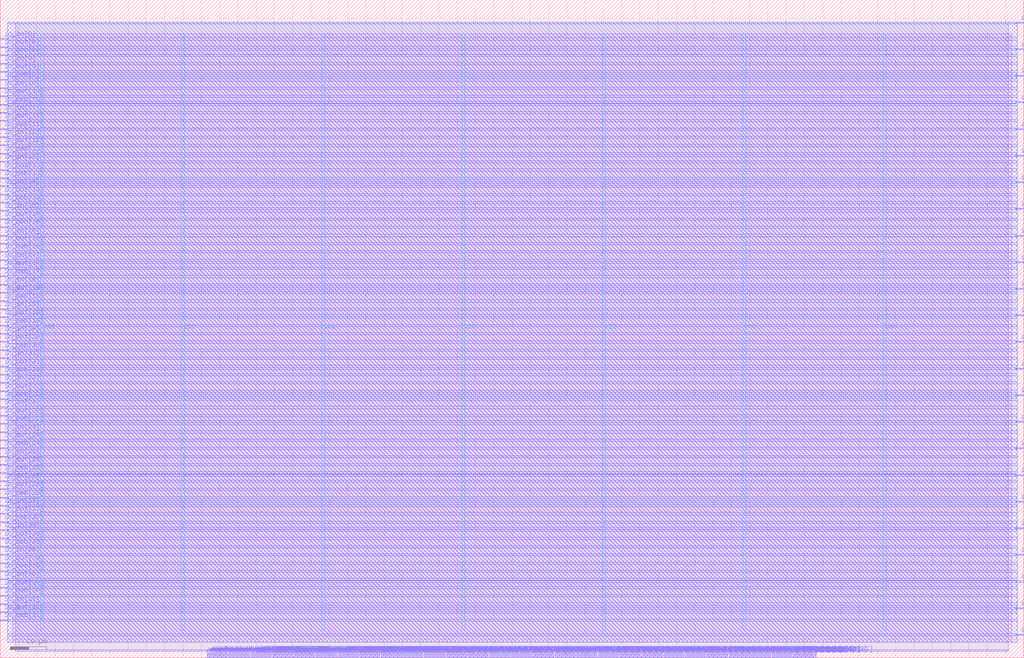
<source format=lef>
VERSION 5.7 ;
  NOWIREEXTENSIONATPIN ON ;
  DIVIDERCHAR "/" ;
  BUSBITCHARS "[]" ;
MACRO micro_irritating_maze
  CLASS BLOCK ;
  FOREIGN micro_irritating_maze ;
  ORIGIN 0.000 0.000 ;
  SIZE 560.000 BY 360.000 ;
  PIN io_in[0]
    DIRECTION INPUT ;
    USE SIGNAL ;
    PORT
      LAYER Metal3 ;
        RECT 556.000 12.320 560.000 12.880 ;
    END
  END io_in[0]
  PIN io_in[10]
    DIRECTION INPUT ;
    USE SIGNAL ;
    PORT
      LAYER Metal3 ;
        RECT 0.000 311.360 4.000 311.920 ;
    END
  END io_in[10]
  PIN io_in[11]
    DIRECTION INPUT ;
    USE SIGNAL ;
    PORT
      LAYER Metal3 ;
        RECT 0.000 297.920 4.000 298.480 ;
    END
  END io_in[11]
  PIN io_in[12]
    DIRECTION INPUT ;
    USE SIGNAL ;
    PORT
      LAYER Metal3 ;
        RECT 0.000 284.480 4.000 285.040 ;
    END
  END io_in[12]
  PIN io_in[13]
    DIRECTION INPUT ;
    USE SIGNAL ;
    PORT
      LAYER Metal3 ;
        RECT 0.000 271.040 4.000 271.600 ;
    END
  END io_in[13]
  PIN io_in[14]
    DIRECTION INPUT ;
    USE SIGNAL ;
    PORT
      LAYER Metal3 ;
        RECT 0.000 257.600 4.000 258.160 ;
    END
  END io_in[14]
  PIN io_in[15]
    DIRECTION INPUT ;
    USE SIGNAL ;
    PORT
      LAYER Metal3 ;
        RECT 0.000 244.160 4.000 244.720 ;
    END
  END io_in[15]
  PIN io_in[16]
    DIRECTION INPUT ;
    USE SIGNAL ;
    PORT
      LAYER Metal3 ;
        RECT 0.000 230.720 4.000 231.280 ;
    END
  END io_in[16]
  PIN io_in[17]
    DIRECTION INPUT ;
    USE SIGNAL ;
    PORT
      LAYER Metal3 ;
        RECT 0.000 217.280 4.000 217.840 ;
    END
  END io_in[17]
  PIN io_in[18]
    DIRECTION INPUT ;
    USE SIGNAL ;
    PORT
      LAYER Metal3 ;
        RECT 0.000 203.840 4.000 204.400 ;
    END
  END io_in[18]
  PIN io_in[19]
    DIRECTION INPUT ;
    USE SIGNAL ;
    PORT
      LAYER Metal3 ;
        RECT 0.000 190.400 4.000 190.960 ;
    END
  END io_in[19]
  PIN io_in[1]
    DIRECTION INPUT ;
    USE SIGNAL ;
    PORT
      LAYER Metal3 ;
        RECT 556.000 56.000 560.000 56.560 ;
    END
  END io_in[1]
  PIN io_in[20]
    DIRECTION INPUT ;
    USE SIGNAL ;
    PORT
      LAYER Metal3 ;
        RECT 0.000 176.960 4.000 177.520 ;
    END
  END io_in[20]
  PIN io_in[21]
    DIRECTION INPUT ;
    USE SIGNAL ;
    PORT
      LAYER Metal3 ;
        RECT 0.000 163.520 4.000 164.080 ;
    END
  END io_in[21]
  PIN io_in[22]
    DIRECTION INPUT ;
    USE SIGNAL ;
    PORT
      LAYER Metal3 ;
        RECT 0.000 150.080 4.000 150.640 ;
    END
  END io_in[22]
  PIN io_in[23]
    DIRECTION INPUT ;
    USE SIGNAL ;
    PORT
      LAYER Metal3 ;
        RECT 0.000 136.640 4.000 137.200 ;
    END
  END io_in[23]
  PIN io_in[24]
    DIRECTION INPUT ;
    USE SIGNAL ;
    PORT
      LAYER Metal3 ;
        RECT 0.000 123.200 4.000 123.760 ;
    END
  END io_in[24]
  PIN io_in[25]
    DIRECTION INPUT ;
    USE SIGNAL ;
    PORT
      LAYER Metal3 ;
        RECT 0.000 109.760 4.000 110.320 ;
    END
  END io_in[25]
  PIN io_in[26]
    DIRECTION INPUT ;
    USE SIGNAL ;
    PORT
      LAYER Metal3 ;
        RECT 0.000 96.320 4.000 96.880 ;
    END
  END io_in[26]
  PIN io_in[27]
    DIRECTION INPUT ;
    USE SIGNAL ;
    PORT
      LAYER Metal3 ;
        RECT 0.000 82.880 4.000 83.440 ;
    END
  END io_in[27]
  PIN io_in[28]
    DIRECTION INPUT ;
    USE SIGNAL ;
    PORT
      LAYER Metal3 ;
        RECT 0.000 69.440 4.000 70.000 ;
    END
  END io_in[28]
  PIN io_in[29]
    DIRECTION INPUT ;
    USE SIGNAL ;
    PORT
      LAYER Metal3 ;
        RECT 0.000 56.000 4.000 56.560 ;
    END
  END io_in[29]
  PIN io_in[2]
    DIRECTION INPUT ;
    USE SIGNAL ;
    PORT
      LAYER Metal3 ;
        RECT 556.000 99.680 560.000 100.240 ;
    END
  END io_in[2]
  PIN io_in[30]
    DIRECTION INPUT ;
    USE SIGNAL ;
    PORT
      LAYER Metal3 ;
        RECT 0.000 42.560 4.000 43.120 ;
    END
  END io_in[30]
  PIN io_in[31]
    DIRECTION INPUT ;
    USE SIGNAL ;
    PORT
      LAYER Metal3 ;
        RECT 0.000 29.120 4.000 29.680 ;
    END
  END io_in[31]
  PIN io_in[3]
    DIRECTION INPUT ;
    USE SIGNAL ;
    PORT
      LAYER Metal3 ;
        RECT 556.000 143.360 560.000 143.920 ;
    END
  END io_in[3]
  PIN io_in[4]
    DIRECTION INPUT ;
    USE SIGNAL ;
    PORT
      LAYER Metal3 ;
        RECT 556.000 187.040 560.000 187.600 ;
    END
  END io_in[4]
  PIN io_in[5]
    DIRECTION INPUT ;
    USE SIGNAL ;
    PORT
      LAYER Metal3 ;
        RECT 556.000 230.720 560.000 231.280 ;
    END
  END io_in[5]
  PIN io_in[6]
    DIRECTION INPUT ;
    USE SIGNAL ;
    PORT
      LAYER Metal3 ;
        RECT 556.000 274.400 560.000 274.960 ;
    END
  END io_in[6]
  PIN io_in[7]
    DIRECTION INPUT ;
    USE SIGNAL ;
    PORT
      LAYER Metal3 ;
        RECT 556.000 318.080 560.000 318.640 ;
    END
  END io_in[7]
  PIN io_in[8]
    DIRECTION INPUT ;
    USE SIGNAL ;
    PORT
      LAYER Metal3 ;
        RECT 0.000 338.240 4.000 338.800 ;
    END
  END io_in[8]
  PIN io_in[9]
    DIRECTION INPUT ;
    USE SIGNAL ;
    PORT
      LAYER Metal3 ;
        RECT 0.000 324.800 4.000 325.360 ;
    END
  END io_in[9]
  PIN io_oeb[0]
    DIRECTION OUTPUT TRISTATE ;
    USE SIGNAL ;
    ANTENNADIFFAREA 0.360800 ;
    PORT
      LAYER Metal3 ;
        RECT 556.000 41.440 560.000 42.000 ;
    END
  END io_oeb[0]
  PIN io_oeb[10]
    DIRECTION OUTPUT TRISTATE ;
    USE SIGNAL ;
    ANTENNADIFFAREA 0.360800 ;
    PORT
      LAYER Metal3 ;
        RECT 0.000 302.400 4.000 302.960 ;
    END
  END io_oeb[10]
  PIN io_oeb[11]
    DIRECTION OUTPUT TRISTATE ;
    USE SIGNAL ;
    ANTENNADIFFAREA 0.360800 ;
    PORT
      LAYER Metal3 ;
        RECT 0.000 288.960 4.000 289.520 ;
    END
  END io_oeb[11]
  PIN io_oeb[12]
    DIRECTION OUTPUT TRISTATE ;
    USE SIGNAL ;
    ANTENNADIFFAREA 0.360800 ;
    PORT
      LAYER Metal3 ;
        RECT 0.000 275.520 4.000 276.080 ;
    END
  END io_oeb[12]
  PIN io_oeb[13]
    DIRECTION OUTPUT TRISTATE ;
    USE SIGNAL ;
    ANTENNADIFFAREA 0.360800 ;
    PORT
      LAYER Metal3 ;
        RECT 0.000 262.080 4.000 262.640 ;
    END
  END io_oeb[13]
  PIN io_oeb[14]
    DIRECTION OUTPUT TRISTATE ;
    USE SIGNAL ;
    ANTENNADIFFAREA 0.360800 ;
    PORT
      LAYER Metal3 ;
        RECT 0.000 248.640 4.000 249.200 ;
    END
  END io_oeb[14]
  PIN io_oeb[15]
    DIRECTION OUTPUT TRISTATE ;
    USE SIGNAL ;
    ANTENNADIFFAREA 0.360800 ;
    PORT
      LAYER Metal3 ;
        RECT 0.000 235.200 4.000 235.760 ;
    END
  END io_oeb[15]
  PIN io_oeb[16]
    DIRECTION OUTPUT TRISTATE ;
    USE SIGNAL ;
    ANTENNADIFFAREA 0.360800 ;
    PORT
      LAYER Metal3 ;
        RECT 0.000 221.760 4.000 222.320 ;
    END
  END io_oeb[16]
  PIN io_oeb[17]
    DIRECTION OUTPUT TRISTATE ;
    USE SIGNAL ;
    ANTENNADIFFAREA 0.360800 ;
    PORT
      LAYER Metal3 ;
        RECT 0.000 208.320 4.000 208.880 ;
    END
  END io_oeb[17]
  PIN io_oeb[18]
    DIRECTION OUTPUT TRISTATE ;
    USE SIGNAL ;
    ANTENNADIFFAREA 0.360800 ;
    PORT
      LAYER Metal3 ;
        RECT 0.000 194.880 4.000 195.440 ;
    END
  END io_oeb[18]
  PIN io_oeb[19]
    DIRECTION OUTPUT TRISTATE ;
    USE SIGNAL ;
    ANTENNADIFFAREA 0.360800 ;
    PORT
      LAYER Metal3 ;
        RECT 0.000 181.440 4.000 182.000 ;
    END
  END io_oeb[19]
  PIN io_oeb[1]
    DIRECTION OUTPUT TRISTATE ;
    USE SIGNAL ;
    ANTENNADIFFAREA 0.360800 ;
    PORT
      LAYER Metal3 ;
        RECT 556.000 85.120 560.000 85.680 ;
    END
  END io_oeb[1]
  PIN io_oeb[20]
    DIRECTION OUTPUT TRISTATE ;
    USE SIGNAL ;
    ANTENNADIFFAREA 0.360800 ;
    PORT
      LAYER Metal3 ;
        RECT 0.000 168.000 4.000 168.560 ;
    END
  END io_oeb[20]
  PIN io_oeb[21]
    DIRECTION OUTPUT TRISTATE ;
    USE SIGNAL ;
    ANTENNADIFFAREA 0.360800 ;
    PORT
      LAYER Metal3 ;
        RECT 0.000 154.560 4.000 155.120 ;
    END
  END io_oeb[21]
  PIN io_oeb[22]
    DIRECTION OUTPUT TRISTATE ;
    USE SIGNAL ;
    ANTENNADIFFAREA 0.360800 ;
    PORT
      LAYER Metal3 ;
        RECT 0.000 141.120 4.000 141.680 ;
    END
  END io_oeb[22]
  PIN io_oeb[23]
    DIRECTION OUTPUT TRISTATE ;
    USE SIGNAL ;
    ANTENNADIFFAREA 0.360800 ;
    PORT
      LAYER Metal3 ;
        RECT 0.000 127.680 4.000 128.240 ;
    END
  END io_oeb[23]
  PIN io_oeb[24]
    DIRECTION OUTPUT TRISTATE ;
    USE SIGNAL ;
    ANTENNADIFFAREA 0.360800 ;
    PORT
      LAYER Metal3 ;
        RECT 0.000 114.240 4.000 114.800 ;
    END
  END io_oeb[24]
  PIN io_oeb[25]
    DIRECTION OUTPUT TRISTATE ;
    USE SIGNAL ;
    ANTENNADIFFAREA 0.360800 ;
    PORT
      LAYER Metal3 ;
        RECT 0.000 100.800 4.000 101.360 ;
    END
  END io_oeb[25]
  PIN io_oeb[26]
    DIRECTION OUTPUT TRISTATE ;
    USE SIGNAL ;
    ANTENNADIFFAREA 0.360800 ;
    PORT
      LAYER Metal3 ;
        RECT 0.000 87.360 4.000 87.920 ;
    END
  END io_oeb[26]
  PIN io_oeb[27]
    DIRECTION OUTPUT TRISTATE ;
    USE SIGNAL ;
    ANTENNADIFFAREA 0.360800 ;
    PORT
      LAYER Metal3 ;
        RECT 0.000 73.920 4.000 74.480 ;
    END
  END io_oeb[27]
  PIN io_oeb[28]
    DIRECTION OUTPUT TRISTATE ;
    USE SIGNAL ;
    ANTENNADIFFAREA 0.360800 ;
    PORT
      LAYER Metal3 ;
        RECT 0.000 60.480 4.000 61.040 ;
    END
  END io_oeb[28]
  PIN io_oeb[29]
    DIRECTION OUTPUT TRISTATE ;
    USE SIGNAL ;
    ANTENNADIFFAREA 0.360800 ;
    PORT
      LAYER Metal3 ;
        RECT 0.000 47.040 4.000 47.600 ;
    END
  END io_oeb[29]
  PIN io_oeb[2]
    DIRECTION OUTPUT TRISTATE ;
    USE SIGNAL ;
    ANTENNADIFFAREA 0.360800 ;
    PORT
      LAYER Metal3 ;
        RECT 556.000 128.800 560.000 129.360 ;
    END
  END io_oeb[2]
  PIN io_oeb[30]
    DIRECTION OUTPUT TRISTATE ;
    USE SIGNAL ;
    ANTENNADIFFAREA 0.360800 ;
    PORT
      LAYER Metal3 ;
        RECT 0.000 33.600 4.000 34.160 ;
    END
  END io_oeb[30]
  PIN io_oeb[31]
    DIRECTION OUTPUT TRISTATE ;
    USE SIGNAL ;
    ANTENNADIFFAREA 0.360800 ;
    PORT
      LAYER Metal3 ;
        RECT 0.000 20.160 4.000 20.720 ;
    END
  END io_oeb[31]
  PIN io_oeb[3]
    DIRECTION OUTPUT TRISTATE ;
    USE SIGNAL ;
    ANTENNADIFFAREA 0.360800 ;
    PORT
      LAYER Metal3 ;
        RECT 556.000 172.480 560.000 173.040 ;
    END
  END io_oeb[3]
  PIN io_oeb[4]
    DIRECTION OUTPUT TRISTATE ;
    USE SIGNAL ;
    ANTENNADIFFAREA 0.360800 ;
    PORT
      LAYER Metal3 ;
        RECT 556.000 216.160 560.000 216.720 ;
    END
  END io_oeb[4]
  PIN io_oeb[5]
    DIRECTION OUTPUT TRISTATE ;
    USE SIGNAL ;
    ANTENNADIFFAREA 0.360800 ;
    PORT
      LAYER Metal3 ;
        RECT 556.000 259.840 560.000 260.400 ;
    END
  END io_oeb[5]
  PIN io_oeb[6]
    DIRECTION OUTPUT TRISTATE ;
    USE SIGNAL ;
    ANTENNADIFFAREA 0.360800 ;
    PORT
      LAYER Metal3 ;
        RECT 556.000 303.520 560.000 304.080 ;
    END
  END io_oeb[6]
  PIN io_oeb[7]
    DIRECTION OUTPUT TRISTATE ;
    USE SIGNAL ;
    ANTENNADIFFAREA 0.360800 ;
    PORT
      LAYER Metal3 ;
        RECT 556.000 347.200 560.000 347.760 ;
    END
  END io_oeb[7]
  PIN io_oeb[8]
    DIRECTION OUTPUT TRISTATE ;
    USE SIGNAL ;
    ANTENNADIFFAREA 0.360800 ;
    PORT
      LAYER Metal3 ;
        RECT 0.000 329.280 4.000 329.840 ;
    END
  END io_oeb[8]
  PIN io_oeb[9]
    DIRECTION OUTPUT TRISTATE ;
    USE SIGNAL ;
    ANTENNADIFFAREA 0.360800 ;
    PORT
      LAYER Metal3 ;
        RECT 0.000 315.840 4.000 316.400 ;
    END
  END io_oeb[9]
  PIN io_out[0]
    DIRECTION OUTPUT TRISTATE ;
    USE SIGNAL ;
    ANTENNADIFFAREA 0.360800 ;
    PORT
      LAYER Metal3 ;
        RECT 556.000 26.880 560.000 27.440 ;
    END
  END io_out[0]
  PIN io_out[10]
    DIRECTION OUTPUT TRISTATE ;
    USE SIGNAL ;
    ANTENNADIFFAREA 0.360800 ;
    PORT
      LAYER Metal3 ;
        RECT 0.000 306.880 4.000 307.440 ;
    END
  END io_out[10]
  PIN io_out[11]
    DIRECTION OUTPUT TRISTATE ;
    USE SIGNAL ;
    ANTENNADIFFAREA 0.360800 ;
    PORT
      LAYER Metal3 ;
        RECT 0.000 293.440 4.000 294.000 ;
    END
  END io_out[11]
  PIN io_out[12]
    DIRECTION OUTPUT TRISTATE ;
    USE SIGNAL ;
    ANTENNADIFFAREA 0.360800 ;
    PORT
      LAYER Metal3 ;
        RECT 0.000 280.000 4.000 280.560 ;
    END
  END io_out[12]
  PIN io_out[13]
    DIRECTION OUTPUT TRISTATE ;
    USE SIGNAL ;
    ANTENNADIFFAREA 0.360800 ;
    PORT
      LAYER Metal3 ;
        RECT 0.000 266.560 4.000 267.120 ;
    END
  END io_out[13]
  PIN io_out[14]
    DIRECTION OUTPUT TRISTATE ;
    USE SIGNAL ;
    ANTENNADIFFAREA 0.360800 ;
    PORT
      LAYER Metal3 ;
        RECT 0.000 253.120 4.000 253.680 ;
    END
  END io_out[14]
  PIN io_out[15]
    DIRECTION OUTPUT TRISTATE ;
    USE SIGNAL ;
    ANTENNADIFFAREA 0.360800 ;
    PORT
      LAYER Metal3 ;
        RECT 0.000 239.680 4.000 240.240 ;
    END
  END io_out[15]
  PIN io_out[16]
    DIRECTION OUTPUT TRISTATE ;
    USE SIGNAL ;
    ANTENNADIFFAREA 0.360800 ;
    PORT
      LAYER Metal3 ;
        RECT 0.000 226.240 4.000 226.800 ;
    END
  END io_out[16]
  PIN io_out[17]
    DIRECTION OUTPUT TRISTATE ;
    USE SIGNAL ;
    ANTENNADIFFAREA 0.360800 ;
    PORT
      LAYER Metal3 ;
        RECT 0.000 212.800 4.000 213.360 ;
    END
  END io_out[17]
  PIN io_out[18]
    DIRECTION OUTPUT TRISTATE ;
    USE SIGNAL ;
    ANTENNADIFFAREA 0.360800 ;
    PORT
      LAYER Metal3 ;
        RECT 0.000 199.360 4.000 199.920 ;
    END
  END io_out[18]
  PIN io_out[19]
    DIRECTION OUTPUT TRISTATE ;
    USE SIGNAL ;
    ANTENNADIFFAREA 0.360800 ;
    PORT
      LAYER Metal3 ;
        RECT 0.000 185.920 4.000 186.480 ;
    END
  END io_out[19]
  PIN io_out[1]
    DIRECTION OUTPUT TRISTATE ;
    USE SIGNAL ;
    ANTENNADIFFAREA 0.360800 ;
    PORT
      LAYER Metal3 ;
        RECT 556.000 70.560 560.000 71.120 ;
    END
  END io_out[1]
  PIN io_out[20]
    DIRECTION OUTPUT TRISTATE ;
    USE SIGNAL ;
    ANTENNADIFFAREA 0.360800 ;
    PORT
      LAYER Metal3 ;
        RECT 0.000 172.480 4.000 173.040 ;
    END
  END io_out[20]
  PIN io_out[21]
    DIRECTION OUTPUT TRISTATE ;
    USE SIGNAL ;
    ANTENNADIFFAREA 0.360800 ;
    PORT
      LAYER Metal3 ;
        RECT 0.000 159.040 4.000 159.600 ;
    END
  END io_out[21]
  PIN io_out[22]
    DIRECTION OUTPUT TRISTATE ;
    USE SIGNAL ;
    ANTENNADIFFAREA 0.360800 ;
    PORT
      LAYER Metal3 ;
        RECT 0.000 145.600 4.000 146.160 ;
    END
  END io_out[22]
  PIN io_out[23]
    DIRECTION OUTPUT TRISTATE ;
    USE SIGNAL ;
    ANTENNADIFFAREA 0.360800 ;
    PORT
      LAYER Metal3 ;
        RECT 0.000 132.160 4.000 132.720 ;
    END
  END io_out[23]
  PIN io_out[24]
    DIRECTION OUTPUT TRISTATE ;
    USE SIGNAL ;
    ANTENNADIFFAREA 0.360800 ;
    PORT
      LAYER Metal3 ;
        RECT 0.000 118.720 4.000 119.280 ;
    END
  END io_out[24]
  PIN io_out[25]
    DIRECTION OUTPUT TRISTATE ;
    USE SIGNAL ;
    ANTENNADIFFAREA 0.360800 ;
    PORT
      LAYER Metal3 ;
        RECT 0.000 105.280 4.000 105.840 ;
    END
  END io_out[25]
  PIN io_out[26]
    DIRECTION OUTPUT TRISTATE ;
    USE SIGNAL ;
    ANTENNADIFFAREA 0.360800 ;
    PORT
      LAYER Metal3 ;
        RECT 0.000 91.840 4.000 92.400 ;
    END
  END io_out[26]
  PIN io_out[27]
    DIRECTION OUTPUT TRISTATE ;
    USE SIGNAL ;
    ANTENNADIFFAREA 4.731200 ;
    PORT
      LAYER Metal3 ;
        RECT 0.000 78.400 4.000 78.960 ;
    END
  END io_out[27]
  PIN io_out[28]
    DIRECTION OUTPUT TRISTATE ;
    USE SIGNAL ;
    ANTENNADIFFAREA 4.731200 ;
    PORT
      LAYER Metal3 ;
        RECT 0.000 64.960 4.000 65.520 ;
    END
  END io_out[28]
  PIN io_out[29]
    DIRECTION OUTPUT TRISTATE ;
    USE SIGNAL ;
    ANTENNADIFFAREA 0.897600 ;
    PORT
      LAYER Metal3 ;
        RECT 0.000 51.520 4.000 52.080 ;
    END
  END io_out[29]
  PIN io_out[2]
    DIRECTION OUTPUT TRISTATE ;
    USE SIGNAL ;
    ANTENNADIFFAREA 0.360800 ;
    PORT
      LAYER Metal3 ;
        RECT 556.000 114.240 560.000 114.800 ;
    END
  END io_out[2]
  PIN io_out[30]
    DIRECTION OUTPUT TRISTATE ;
    USE SIGNAL ;
    ANTENNADIFFAREA 0.360800 ;
    PORT
      LAYER Metal3 ;
        RECT 0.000 38.080 4.000 38.640 ;
    END
  END io_out[30]
  PIN io_out[31]
    DIRECTION OUTPUT TRISTATE ;
    USE SIGNAL ;
    ANTENNADIFFAREA 0.360800 ;
    PORT
      LAYER Metal3 ;
        RECT 0.000 24.640 4.000 25.200 ;
    END
  END io_out[31]
  PIN io_out[3]
    DIRECTION OUTPUT TRISTATE ;
    USE SIGNAL ;
    ANTENNADIFFAREA 0.360800 ;
    PORT
      LAYER Metal3 ;
        RECT 556.000 157.920 560.000 158.480 ;
    END
  END io_out[3]
  PIN io_out[4]
    DIRECTION OUTPUT TRISTATE ;
    USE SIGNAL ;
    ANTENNADIFFAREA 0.360800 ;
    PORT
      LAYER Metal3 ;
        RECT 556.000 201.600 560.000 202.160 ;
    END
  END io_out[4]
  PIN io_out[5]
    DIRECTION OUTPUT TRISTATE ;
    USE SIGNAL ;
    ANTENNADIFFAREA 0.360800 ;
    PORT
      LAYER Metal3 ;
        RECT 556.000 245.280 560.000 245.840 ;
    END
  END io_out[5]
  PIN io_out[6]
    DIRECTION OUTPUT TRISTATE ;
    USE SIGNAL ;
    ANTENNADIFFAREA 0.360800 ;
    PORT
      LAYER Metal3 ;
        RECT 556.000 288.960 560.000 289.520 ;
    END
  END io_out[6]
  PIN io_out[7]
    DIRECTION OUTPUT TRISTATE ;
    USE SIGNAL ;
    ANTENNADIFFAREA 0.360800 ;
    PORT
      LAYER Metal3 ;
        RECT 556.000 332.640 560.000 333.200 ;
    END
  END io_out[7]
  PIN io_out[8]
    DIRECTION OUTPUT TRISTATE ;
    USE SIGNAL ;
    ANTENNADIFFAREA 0.360800 ;
    PORT
      LAYER Metal3 ;
        RECT 0.000 333.760 4.000 334.320 ;
    END
  END io_out[8]
  PIN io_out[9]
    DIRECTION OUTPUT TRISTATE ;
    USE SIGNAL ;
    ANTENNADIFFAREA 0.360800 ;
    PORT
      LAYER Metal3 ;
        RECT 0.000 320.320 4.000 320.880 ;
    END
  END io_out[9]
  PIN la_data_in[0]
    DIRECTION INPUT ;
    USE SIGNAL ;
    PORT
      LAYER Metal2 ;
        RECT 231.840 0.000 232.400 4.000 ;
    END
  END la_data_in[0]
  PIN la_data_in[10]
    DIRECTION INPUT ;
    USE SIGNAL ;
    PORT
      LAYER Metal2 ;
        RECT 265.440 0.000 266.000 4.000 ;
    END
  END la_data_in[10]
  PIN la_data_in[11]
    DIRECTION INPUT ;
    USE SIGNAL ;
    PORT
      LAYER Metal2 ;
        RECT 268.800 0.000 269.360 4.000 ;
    END
  END la_data_in[11]
  PIN la_data_in[12]
    DIRECTION INPUT ;
    USE SIGNAL ;
    PORT
      LAYER Metal2 ;
        RECT 272.160 0.000 272.720 4.000 ;
    END
  END la_data_in[12]
  PIN la_data_in[13]
    DIRECTION INPUT ;
    USE SIGNAL ;
    PORT
      LAYER Metal2 ;
        RECT 275.520 0.000 276.080 4.000 ;
    END
  END la_data_in[13]
  PIN la_data_in[14]
    DIRECTION INPUT ;
    USE SIGNAL ;
    PORT
      LAYER Metal2 ;
        RECT 278.880 0.000 279.440 4.000 ;
    END
  END la_data_in[14]
  PIN la_data_in[15]
    DIRECTION INPUT ;
    USE SIGNAL ;
    PORT
      LAYER Metal2 ;
        RECT 282.240 0.000 282.800 4.000 ;
    END
  END la_data_in[15]
  PIN la_data_in[16]
    DIRECTION INPUT ;
    USE SIGNAL ;
    PORT
      LAYER Metal2 ;
        RECT 285.600 0.000 286.160 4.000 ;
    END
  END la_data_in[16]
  PIN la_data_in[17]
    DIRECTION INPUT ;
    USE SIGNAL ;
    PORT
      LAYER Metal2 ;
        RECT 288.960 0.000 289.520 4.000 ;
    END
  END la_data_in[17]
  PIN la_data_in[18]
    DIRECTION INPUT ;
    USE SIGNAL ;
    PORT
      LAYER Metal2 ;
        RECT 292.320 0.000 292.880 4.000 ;
    END
  END la_data_in[18]
  PIN la_data_in[19]
    DIRECTION INPUT ;
    USE SIGNAL ;
    PORT
      LAYER Metal2 ;
        RECT 295.680 0.000 296.240 4.000 ;
    END
  END la_data_in[19]
  PIN la_data_in[1]
    DIRECTION INPUT ;
    USE SIGNAL ;
    PORT
      LAYER Metal2 ;
        RECT 235.200 0.000 235.760 4.000 ;
    END
  END la_data_in[1]
  PIN la_data_in[20]
    DIRECTION INPUT ;
    USE SIGNAL ;
    PORT
      LAYER Metal2 ;
        RECT 299.040 0.000 299.600 4.000 ;
    END
  END la_data_in[20]
  PIN la_data_in[21]
    DIRECTION INPUT ;
    USE SIGNAL ;
    PORT
      LAYER Metal2 ;
        RECT 302.400 0.000 302.960 4.000 ;
    END
  END la_data_in[21]
  PIN la_data_in[22]
    DIRECTION INPUT ;
    USE SIGNAL ;
    PORT
      LAYER Metal2 ;
        RECT 305.760 0.000 306.320 4.000 ;
    END
  END la_data_in[22]
  PIN la_data_in[23]
    DIRECTION INPUT ;
    USE SIGNAL ;
    PORT
      LAYER Metal2 ;
        RECT 309.120 0.000 309.680 4.000 ;
    END
  END la_data_in[23]
  PIN la_data_in[24]
    DIRECTION INPUT ;
    USE SIGNAL ;
    PORT
      LAYER Metal2 ;
        RECT 312.480 0.000 313.040 4.000 ;
    END
  END la_data_in[24]
  PIN la_data_in[25]
    DIRECTION INPUT ;
    USE SIGNAL ;
    PORT
      LAYER Metal2 ;
        RECT 315.840 0.000 316.400 4.000 ;
    END
  END la_data_in[25]
  PIN la_data_in[26]
    DIRECTION INPUT ;
    USE SIGNAL ;
    PORT
      LAYER Metal2 ;
        RECT 319.200 0.000 319.760 4.000 ;
    END
  END la_data_in[26]
  PIN la_data_in[27]
    DIRECTION INPUT ;
    USE SIGNAL ;
    PORT
      LAYER Metal2 ;
        RECT 322.560 0.000 323.120 4.000 ;
    END
  END la_data_in[27]
  PIN la_data_in[28]
    DIRECTION INPUT ;
    USE SIGNAL ;
    PORT
      LAYER Metal2 ;
        RECT 325.920 0.000 326.480 4.000 ;
    END
  END la_data_in[28]
  PIN la_data_in[29]
    DIRECTION INPUT ;
    USE SIGNAL ;
    PORT
      LAYER Metal2 ;
        RECT 329.280 0.000 329.840 4.000 ;
    END
  END la_data_in[29]
  PIN la_data_in[2]
    DIRECTION INPUT ;
    USE SIGNAL ;
    PORT
      LAYER Metal2 ;
        RECT 238.560 0.000 239.120 4.000 ;
    END
  END la_data_in[2]
  PIN la_data_in[30]
    DIRECTION INPUT ;
    USE SIGNAL ;
    PORT
      LAYER Metal2 ;
        RECT 332.640 0.000 333.200 4.000 ;
    END
  END la_data_in[30]
  PIN la_data_in[31]
    DIRECTION INPUT ;
    USE SIGNAL ;
    PORT
      LAYER Metal2 ;
        RECT 336.000 0.000 336.560 4.000 ;
    END
  END la_data_in[31]
  PIN la_data_in[32]
    DIRECTION INPUT ;
    USE SIGNAL ;
    PORT
      LAYER Metal2 ;
        RECT 339.360 0.000 339.920 4.000 ;
    END
  END la_data_in[32]
  PIN la_data_in[33]
    DIRECTION INPUT ;
    USE SIGNAL ;
    PORT
      LAYER Metal2 ;
        RECT 342.720 0.000 343.280 4.000 ;
    END
  END la_data_in[33]
  PIN la_data_in[34]
    DIRECTION INPUT ;
    USE SIGNAL ;
    PORT
      LAYER Metal2 ;
        RECT 346.080 0.000 346.640 4.000 ;
    END
  END la_data_in[34]
  PIN la_data_in[35]
    DIRECTION INPUT ;
    USE SIGNAL ;
    PORT
      LAYER Metal2 ;
        RECT 349.440 0.000 350.000 4.000 ;
    END
  END la_data_in[35]
  PIN la_data_in[36]
    DIRECTION INPUT ;
    USE SIGNAL ;
    PORT
      LAYER Metal2 ;
        RECT 352.800 0.000 353.360 4.000 ;
    END
  END la_data_in[36]
  PIN la_data_in[37]
    DIRECTION INPUT ;
    USE SIGNAL ;
    PORT
      LAYER Metal2 ;
        RECT 356.160 0.000 356.720 4.000 ;
    END
  END la_data_in[37]
  PIN la_data_in[38]
    DIRECTION INPUT ;
    USE SIGNAL ;
    PORT
      LAYER Metal2 ;
        RECT 359.520 0.000 360.080 4.000 ;
    END
  END la_data_in[38]
  PIN la_data_in[39]
    DIRECTION INPUT ;
    USE SIGNAL ;
    PORT
      LAYER Metal2 ;
        RECT 362.880 0.000 363.440 4.000 ;
    END
  END la_data_in[39]
  PIN la_data_in[3]
    DIRECTION INPUT ;
    USE SIGNAL ;
    PORT
      LAYER Metal2 ;
        RECT 241.920 0.000 242.480 4.000 ;
    END
  END la_data_in[3]
  PIN la_data_in[40]
    DIRECTION INPUT ;
    USE SIGNAL ;
    PORT
      LAYER Metal2 ;
        RECT 366.240 0.000 366.800 4.000 ;
    END
  END la_data_in[40]
  PIN la_data_in[41]
    DIRECTION INPUT ;
    USE SIGNAL ;
    PORT
      LAYER Metal2 ;
        RECT 369.600 0.000 370.160 4.000 ;
    END
  END la_data_in[41]
  PIN la_data_in[42]
    DIRECTION INPUT ;
    USE SIGNAL ;
    PORT
      LAYER Metal2 ;
        RECT 372.960 0.000 373.520 4.000 ;
    END
  END la_data_in[42]
  PIN la_data_in[43]
    DIRECTION INPUT ;
    USE SIGNAL ;
    PORT
      LAYER Metal2 ;
        RECT 376.320 0.000 376.880 4.000 ;
    END
  END la_data_in[43]
  PIN la_data_in[44]
    DIRECTION INPUT ;
    USE SIGNAL ;
    PORT
      LAYER Metal2 ;
        RECT 379.680 0.000 380.240 4.000 ;
    END
  END la_data_in[44]
  PIN la_data_in[45]
    DIRECTION INPUT ;
    USE SIGNAL ;
    PORT
      LAYER Metal2 ;
        RECT 383.040 0.000 383.600 4.000 ;
    END
  END la_data_in[45]
  PIN la_data_in[46]
    DIRECTION INPUT ;
    USE SIGNAL ;
    PORT
      LAYER Metal2 ;
        RECT 386.400 0.000 386.960 4.000 ;
    END
  END la_data_in[46]
  PIN la_data_in[47]
    DIRECTION INPUT ;
    USE SIGNAL ;
    PORT
      LAYER Metal2 ;
        RECT 389.760 0.000 390.320 4.000 ;
    END
  END la_data_in[47]
  PIN la_data_in[48]
    DIRECTION INPUT ;
    USE SIGNAL ;
    PORT
      LAYER Metal2 ;
        RECT 393.120 0.000 393.680 4.000 ;
    END
  END la_data_in[48]
  PIN la_data_in[49]
    DIRECTION INPUT ;
    USE SIGNAL ;
    PORT
      LAYER Metal2 ;
        RECT 396.480 0.000 397.040 4.000 ;
    END
  END la_data_in[49]
  PIN la_data_in[4]
    DIRECTION INPUT ;
    USE SIGNAL ;
    PORT
      LAYER Metal2 ;
        RECT 245.280 0.000 245.840 4.000 ;
    END
  END la_data_in[4]
  PIN la_data_in[50]
    DIRECTION INPUT ;
    USE SIGNAL ;
    PORT
      LAYER Metal2 ;
        RECT 399.840 0.000 400.400 4.000 ;
    END
  END la_data_in[50]
  PIN la_data_in[51]
    DIRECTION INPUT ;
    USE SIGNAL ;
    PORT
      LAYER Metal2 ;
        RECT 403.200 0.000 403.760 4.000 ;
    END
  END la_data_in[51]
  PIN la_data_in[52]
    DIRECTION INPUT ;
    USE SIGNAL ;
    PORT
      LAYER Metal2 ;
        RECT 406.560 0.000 407.120 4.000 ;
    END
  END la_data_in[52]
  PIN la_data_in[53]
    DIRECTION INPUT ;
    USE SIGNAL ;
    PORT
      LAYER Metal2 ;
        RECT 409.920 0.000 410.480 4.000 ;
    END
  END la_data_in[53]
  PIN la_data_in[54]
    DIRECTION INPUT ;
    USE SIGNAL ;
    PORT
      LAYER Metal2 ;
        RECT 413.280 0.000 413.840 4.000 ;
    END
  END la_data_in[54]
  PIN la_data_in[55]
    DIRECTION INPUT ;
    USE SIGNAL ;
    PORT
      LAYER Metal2 ;
        RECT 416.640 0.000 417.200 4.000 ;
    END
  END la_data_in[55]
  PIN la_data_in[56]
    DIRECTION INPUT ;
    USE SIGNAL ;
    PORT
      LAYER Metal2 ;
        RECT 420.000 0.000 420.560 4.000 ;
    END
  END la_data_in[56]
  PIN la_data_in[57]
    DIRECTION INPUT ;
    USE SIGNAL ;
    PORT
      LAYER Metal2 ;
        RECT 423.360 0.000 423.920 4.000 ;
    END
  END la_data_in[57]
  PIN la_data_in[58]
    DIRECTION INPUT ;
    USE SIGNAL ;
    PORT
      LAYER Metal2 ;
        RECT 426.720 0.000 427.280 4.000 ;
    END
  END la_data_in[58]
  PIN la_data_in[59]
    DIRECTION INPUT ;
    USE SIGNAL ;
    PORT
      LAYER Metal2 ;
        RECT 430.080 0.000 430.640 4.000 ;
    END
  END la_data_in[59]
  PIN la_data_in[5]
    DIRECTION INPUT ;
    USE SIGNAL ;
    PORT
      LAYER Metal2 ;
        RECT 248.640 0.000 249.200 4.000 ;
    END
  END la_data_in[5]
  PIN la_data_in[60]
    DIRECTION INPUT ;
    USE SIGNAL ;
    PORT
      LAYER Metal2 ;
        RECT 433.440 0.000 434.000 4.000 ;
    END
  END la_data_in[60]
  PIN la_data_in[61]
    DIRECTION INPUT ;
    USE SIGNAL ;
    PORT
      LAYER Metal2 ;
        RECT 436.800 0.000 437.360 4.000 ;
    END
  END la_data_in[61]
  PIN la_data_in[62]
    DIRECTION INPUT ;
    USE SIGNAL ;
    ANTENNAGATEAREA 0.498500 ;
    ANTENNADIFFAREA 0.410400 ;
    PORT
      LAYER Metal2 ;
        RECT 440.160 0.000 440.720 4.000 ;
    END
  END la_data_in[62]
  PIN la_data_in[63]
    DIRECTION INPUT ;
    USE SIGNAL ;
    ANTENNAGATEAREA 0.498500 ;
    ANTENNADIFFAREA 0.410400 ;
    PORT
      LAYER Metal2 ;
        RECT 443.520 0.000 444.080 4.000 ;
    END
  END la_data_in[63]
  PIN la_data_in[6]
    DIRECTION INPUT ;
    USE SIGNAL ;
    PORT
      LAYER Metal2 ;
        RECT 252.000 0.000 252.560 4.000 ;
    END
  END la_data_in[6]
  PIN la_data_in[7]
    DIRECTION INPUT ;
    USE SIGNAL ;
    PORT
      LAYER Metal2 ;
        RECT 255.360 0.000 255.920 4.000 ;
    END
  END la_data_in[7]
  PIN la_data_in[8]
    DIRECTION INPUT ;
    USE SIGNAL ;
    PORT
      LAYER Metal2 ;
        RECT 258.720 0.000 259.280 4.000 ;
    END
  END la_data_in[8]
  PIN la_data_in[9]
    DIRECTION INPUT ;
    USE SIGNAL ;
    PORT
      LAYER Metal2 ;
        RECT 262.080 0.000 262.640 4.000 ;
    END
  END la_data_in[9]
  PIN la_data_out[0]
    DIRECTION OUTPUT TRISTATE ;
    USE SIGNAL ;
    ANTENNADIFFAREA 0.360800 ;
    PORT
      LAYER Metal2 ;
        RECT 232.960 0.000 233.520 4.000 ;
    END
  END la_data_out[0]
  PIN la_data_out[10]
    DIRECTION OUTPUT TRISTATE ;
    USE SIGNAL ;
    ANTENNADIFFAREA 0.360800 ;
    PORT
      LAYER Metal2 ;
        RECT 266.560 0.000 267.120 4.000 ;
    END
  END la_data_out[10]
  PIN la_data_out[11]
    DIRECTION OUTPUT TRISTATE ;
    USE SIGNAL ;
    ANTENNADIFFAREA 0.360800 ;
    PORT
      LAYER Metal2 ;
        RECT 269.920 0.000 270.480 4.000 ;
    END
  END la_data_out[11]
  PIN la_data_out[12]
    DIRECTION OUTPUT TRISTATE ;
    USE SIGNAL ;
    ANTENNADIFFAREA 0.360800 ;
    PORT
      LAYER Metal2 ;
        RECT 273.280 0.000 273.840 4.000 ;
    END
  END la_data_out[12]
  PIN la_data_out[13]
    DIRECTION OUTPUT TRISTATE ;
    USE SIGNAL ;
    ANTENNADIFFAREA 0.360800 ;
    PORT
      LAYER Metal2 ;
        RECT 276.640 0.000 277.200 4.000 ;
    END
  END la_data_out[13]
  PIN la_data_out[14]
    DIRECTION OUTPUT TRISTATE ;
    USE SIGNAL ;
    ANTENNADIFFAREA 0.360800 ;
    PORT
      LAYER Metal2 ;
        RECT 280.000 0.000 280.560 4.000 ;
    END
  END la_data_out[14]
  PIN la_data_out[15]
    DIRECTION OUTPUT TRISTATE ;
    USE SIGNAL ;
    ANTENNADIFFAREA 0.360800 ;
    PORT
      LAYER Metal2 ;
        RECT 283.360 0.000 283.920 4.000 ;
    END
  END la_data_out[15]
  PIN la_data_out[16]
    DIRECTION OUTPUT TRISTATE ;
    USE SIGNAL ;
    ANTENNADIFFAREA 0.360800 ;
    PORT
      LAYER Metal2 ;
        RECT 286.720 0.000 287.280 4.000 ;
    END
  END la_data_out[16]
  PIN la_data_out[17]
    DIRECTION OUTPUT TRISTATE ;
    USE SIGNAL ;
    ANTENNADIFFAREA 0.360800 ;
    PORT
      LAYER Metal2 ;
        RECT 290.080 0.000 290.640 4.000 ;
    END
  END la_data_out[17]
  PIN la_data_out[18]
    DIRECTION OUTPUT TRISTATE ;
    USE SIGNAL ;
    ANTENNADIFFAREA 0.360800 ;
    PORT
      LAYER Metal2 ;
        RECT 293.440 0.000 294.000 4.000 ;
    END
  END la_data_out[18]
  PIN la_data_out[19]
    DIRECTION OUTPUT TRISTATE ;
    USE SIGNAL ;
    ANTENNADIFFAREA 0.360800 ;
    PORT
      LAYER Metal2 ;
        RECT 296.800 0.000 297.360 4.000 ;
    END
  END la_data_out[19]
  PIN la_data_out[1]
    DIRECTION OUTPUT TRISTATE ;
    USE SIGNAL ;
    ANTENNADIFFAREA 0.360800 ;
    PORT
      LAYER Metal2 ;
        RECT 236.320 0.000 236.880 4.000 ;
    END
  END la_data_out[1]
  PIN la_data_out[20]
    DIRECTION OUTPUT TRISTATE ;
    USE SIGNAL ;
    ANTENNADIFFAREA 0.360800 ;
    PORT
      LAYER Metal2 ;
        RECT 300.160 0.000 300.720 4.000 ;
    END
  END la_data_out[20]
  PIN la_data_out[21]
    DIRECTION OUTPUT TRISTATE ;
    USE SIGNAL ;
    ANTENNADIFFAREA 0.360800 ;
    PORT
      LAYER Metal2 ;
        RECT 303.520 0.000 304.080 4.000 ;
    END
  END la_data_out[21]
  PIN la_data_out[22]
    DIRECTION OUTPUT TRISTATE ;
    USE SIGNAL ;
    ANTENNADIFFAREA 0.360800 ;
    PORT
      LAYER Metal2 ;
        RECT 306.880 0.000 307.440 4.000 ;
    END
  END la_data_out[22]
  PIN la_data_out[23]
    DIRECTION OUTPUT TRISTATE ;
    USE SIGNAL ;
    ANTENNADIFFAREA 0.360800 ;
    PORT
      LAYER Metal2 ;
        RECT 310.240 0.000 310.800 4.000 ;
    END
  END la_data_out[23]
  PIN la_data_out[24]
    DIRECTION OUTPUT TRISTATE ;
    USE SIGNAL ;
    ANTENNADIFFAREA 0.360800 ;
    PORT
      LAYER Metal2 ;
        RECT 313.600 0.000 314.160 4.000 ;
    END
  END la_data_out[24]
  PIN la_data_out[25]
    DIRECTION OUTPUT TRISTATE ;
    USE SIGNAL ;
    ANTENNADIFFAREA 0.360800 ;
    PORT
      LAYER Metal2 ;
        RECT 316.960 0.000 317.520 4.000 ;
    END
  END la_data_out[25]
  PIN la_data_out[26]
    DIRECTION OUTPUT TRISTATE ;
    USE SIGNAL ;
    ANTENNADIFFAREA 0.360800 ;
    PORT
      LAYER Metal2 ;
        RECT 320.320 0.000 320.880 4.000 ;
    END
  END la_data_out[26]
  PIN la_data_out[27]
    DIRECTION OUTPUT TRISTATE ;
    USE SIGNAL ;
    ANTENNADIFFAREA 0.360800 ;
    PORT
      LAYER Metal2 ;
        RECT 323.680 0.000 324.240 4.000 ;
    END
  END la_data_out[27]
  PIN la_data_out[28]
    DIRECTION OUTPUT TRISTATE ;
    USE SIGNAL ;
    ANTENNADIFFAREA 0.360800 ;
    PORT
      LAYER Metal2 ;
        RECT 327.040 0.000 327.600 4.000 ;
    END
  END la_data_out[28]
  PIN la_data_out[29]
    DIRECTION OUTPUT TRISTATE ;
    USE SIGNAL ;
    ANTENNADIFFAREA 0.360800 ;
    PORT
      LAYER Metal2 ;
        RECT 330.400 0.000 330.960 4.000 ;
    END
  END la_data_out[29]
  PIN la_data_out[2]
    DIRECTION OUTPUT TRISTATE ;
    USE SIGNAL ;
    ANTENNADIFFAREA 0.360800 ;
    PORT
      LAYER Metal2 ;
        RECT 239.680 0.000 240.240 4.000 ;
    END
  END la_data_out[2]
  PIN la_data_out[30]
    DIRECTION OUTPUT TRISTATE ;
    USE SIGNAL ;
    ANTENNADIFFAREA 0.360800 ;
    PORT
      LAYER Metal2 ;
        RECT 333.760 0.000 334.320 4.000 ;
    END
  END la_data_out[30]
  PIN la_data_out[31]
    DIRECTION OUTPUT TRISTATE ;
    USE SIGNAL ;
    ANTENNADIFFAREA 0.360800 ;
    PORT
      LAYER Metal2 ;
        RECT 337.120 0.000 337.680 4.000 ;
    END
  END la_data_out[31]
  PIN la_data_out[32]
    DIRECTION OUTPUT TRISTATE ;
    USE SIGNAL ;
    ANTENNADIFFAREA 0.360800 ;
    PORT
      LAYER Metal2 ;
        RECT 340.480 0.000 341.040 4.000 ;
    END
  END la_data_out[32]
  PIN la_data_out[33]
    DIRECTION OUTPUT TRISTATE ;
    USE SIGNAL ;
    ANTENNADIFFAREA 0.360800 ;
    PORT
      LAYER Metal2 ;
        RECT 343.840 0.000 344.400 4.000 ;
    END
  END la_data_out[33]
  PIN la_data_out[34]
    DIRECTION OUTPUT TRISTATE ;
    USE SIGNAL ;
    ANTENNADIFFAREA 0.360800 ;
    PORT
      LAYER Metal2 ;
        RECT 347.200 0.000 347.760 4.000 ;
    END
  END la_data_out[34]
  PIN la_data_out[35]
    DIRECTION OUTPUT TRISTATE ;
    USE SIGNAL ;
    ANTENNADIFFAREA 0.360800 ;
    PORT
      LAYER Metal2 ;
        RECT 350.560 0.000 351.120 4.000 ;
    END
  END la_data_out[35]
  PIN la_data_out[36]
    DIRECTION OUTPUT TRISTATE ;
    USE SIGNAL ;
    ANTENNADIFFAREA 0.360800 ;
    PORT
      LAYER Metal2 ;
        RECT 353.920 0.000 354.480 4.000 ;
    END
  END la_data_out[36]
  PIN la_data_out[37]
    DIRECTION OUTPUT TRISTATE ;
    USE SIGNAL ;
    ANTENNADIFFAREA 0.360800 ;
    PORT
      LAYER Metal2 ;
        RECT 357.280 0.000 357.840 4.000 ;
    END
  END la_data_out[37]
  PIN la_data_out[38]
    DIRECTION OUTPUT TRISTATE ;
    USE SIGNAL ;
    ANTENNADIFFAREA 0.360800 ;
    PORT
      LAYER Metal2 ;
        RECT 360.640 0.000 361.200 4.000 ;
    END
  END la_data_out[38]
  PIN la_data_out[39]
    DIRECTION OUTPUT TRISTATE ;
    USE SIGNAL ;
    ANTENNADIFFAREA 0.360800 ;
    PORT
      LAYER Metal2 ;
        RECT 364.000 0.000 364.560 4.000 ;
    END
  END la_data_out[39]
  PIN la_data_out[3]
    DIRECTION OUTPUT TRISTATE ;
    USE SIGNAL ;
    ANTENNADIFFAREA 0.360800 ;
    PORT
      LAYER Metal2 ;
        RECT 243.040 0.000 243.600 4.000 ;
    END
  END la_data_out[3]
  PIN la_data_out[40]
    DIRECTION OUTPUT TRISTATE ;
    USE SIGNAL ;
    ANTENNADIFFAREA 0.360800 ;
    PORT
      LAYER Metal2 ;
        RECT 367.360 0.000 367.920 4.000 ;
    END
  END la_data_out[40]
  PIN la_data_out[41]
    DIRECTION OUTPUT TRISTATE ;
    USE SIGNAL ;
    ANTENNADIFFAREA 0.360800 ;
    PORT
      LAYER Metal2 ;
        RECT 370.720 0.000 371.280 4.000 ;
    END
  END la_data_out[41]
  PIN la_data_out[42]
    DIRECTION OUTPUT TRISTATE ;
    USE SIGNAL ;
    ANTENNADIFFAREA 0.360800 ;
    PORT
      LAYER Metal2 ;
        RECT 374.080 0.000 374.640 4.000 ;
    END
  END la_data_out[42]
  PIN la_data_out[43]
    DIRECTION OUTPUT TRISTATE ;
    USE SIGNAL ;
    ANTENNADIFFAREA 0.360800 ;
    PORT
      LAYER Metal2 ;
        RECT 377.440 0.000 378.000 4.000 ;
    END
  END la_data_out[43]
  PIN la_data_out[44]
    DIRECTION OUTPUT TRISTATE ;
    USE SIGNAL ;
    ANTENNADIFFAREA 0.360800 ;
    PORT
      LAYER Metal2 ;
        RECT 380.800 0.000 381.360 4.000 ;
    END
  END la_data_out[44]
  PIN la_data_out[45]
    DIRECTION OUTPUT TRISTATE ;
    USE SIGNAL ;
    ANTENNADIFFAREA 0.360800 ;
    PORT
      LAYER Metal2 ;
        RECT 384.160 0.000 384.720 4.000 ;
    END
  END la_data_out[45]
  PIN la_data_out[46]
    DIRECTION OUTPUT TRISTATE ;
    USE SIGNAL ;
    ANTENNADIFFAREA 0.360800 ;
    PORT
      LAYER Metal2 ;
        RECT 387.520 0.000 388.080 4.000 ;
    END
  END la_data_out[46]
  PIN la_data_out[47]
    DIRECTION OUTPUT TRISTATE ;
    USE SIGNAL ;
    ANTENNADIFFAREA 0.360800 ;
    PORT
      LAYER Metal2 ;
        RECT 390.880 0.000 391.440 4.000 ;
    END
  END la_data_out[47]
  PIN la_data_out[48]
    DIRECTION OUTPUT TRISTATE ;
    USE SIGNAL ;
    ANTENNADIFFAREA 0.360800 ;
    PORT
      LAYER Metal2 ;
        RECT 394.240 0.000 394.800 4.000 ;
    END
  END la_data_out[48]
  PIN la_data_out[49]
    DIRECTION OUTPUT TRISTATE ;
    USE SIGNAL ;
    ANTENNADIFFAREA 0.360800 ;
    PORT
      LAYER Metal2 ;
        RECT 397.600 0.000 398.160 4.000 ;
    END
  END la_data_out[49]
  PIN la_data_out[4]
    DIRECTION OUTPUT TRISTATE ;
    USE SIGNAL ;
    ANTENNADIFFAREA 0.360800 ;
    PORT
      LAYER Metal2 ;
        RECT 246.400 0.000 246.960 4.000 ;
    END
  END la_data_out[4]
  PIN la_data_out[50]
    DIRECTION OUTPUT TRISTATE ;
    USE SIGNAL ;
    ANTENNADIFFAREA 0.360800 ;
    PORT
      LAYER Metal2 ;
        RECT 400.960 0.000 401.520 4.000 ;
    END
  END la_data_out[50]
  PIN la_data_out[51]
    DIRECTION OUTPUT TRISTATE ;
    USE SIGNAL ;
    ANTENNADIFFAREA 0.360800 ;
    PORT
      LAYER Metal2 ;
        RECT 404.320 0.000 404.880 4.000 ;
    END
  END la_data_out[51]
  PIN la_data_out[52]
    DIRECTION OUTPUT TRISTATE ;
    USE SIGNAL ;
    ANTENNADIFFAREA 0.360800 ;
    PORT
      LAYER Metal2 ;
        RECT 407.680 0.000 408.240 4.000 ;
    END
  END la_data_out[52]
  PIN la_data_out[53]
    DIRECTION OUTPUT TRISTATE ;
    USE SIGNAL ;
    ANTENNADIFFAREA 0.360800 ;
    PORT
      LAYER Metal2 ;
        RECT 411.040 0.000 411.600 4.000 ;
    END
  END la_data_out[53]
  PIN la_data_out[54]
    DIRECTION OUTPUT TRISTATE ;
    USE SIGNAL ;
    ANTENNADIFFAREA 0.360800 ;
    PORT
      LAYER Metal2 ;
        RECT 414.400 0.000 414.960 4.000 ;
    END
  END la_data_out[54]
  PIN la_data_out[55]
    DIRECTION OUTPUT TRISTATE ;
    USE SIGNAL ;
    ANTENNADIFFAREA 0.360800 ;
    PORT
      LAYER Metal2 ;
        RECT 417.760 0.000 418.320 4.000 ;
    END
  END la_data_out[55]
  PIN la_data_out[56]
    DIRECTION OUTPUT TRISTATE ;
    USE SIGNAL ;
    ANTENNADIFFAREA 0.360800 ;
    PORT
      LAYER Metal2 ;
        RECT 421.120 0.000 421.680 4.000 ;
    END
  END la_data_out[56]
  PIN la_data_out[57]
    DIRECTION OUTPUT TRISTATE ;
    USE SIGNAL ;
    ANTENNADIFFAREA 0.360800 ;
    PORT
      LAYER Metal2 ;
        RECT 424.480 0.000 425.040 4.000 ;
    END
  END la_data_out[57]
  PIN la_data_out[58]
    DIRECTION OUTPUT TRISTATE ;
    USE SIGNAL ;
    ANTENNADIFFAREA 0.360800 ;
    PORT
      LAYER Metal2 ;
        RECT 427.840 0.000 428.400 4.000 ;
    END
  END la_data_out[58]
  PIN la_data_out[59]
    DIRECTION OUTPUT TRISTATE ;
    USE SIGNAL ;
    ANTENNADIFFAREA 0.360800 ;
    PORT
      LAYER Metal2 ;
        RECT 431.200 0.000 431.760 4.000 ;
    END
  END la_data_out[59]
  PIN la_data_out[5]
    DIRECTION OUTPUT TRISTATE ;
    USE SIGNAL ;
    ANTENNADIFFAREA 0.360800 ;
    PORT
      LAYER Metal2 ;
        RECT 249.760 0.000 250.320 4.000 ;
    END
  END la_data_out[5]
  PIN la_data_out[60]
    DIRECTION OUTPUT TRISTATE ;
    USE SIGNAL ;
    ANTENNADIFFAREA 0.360800 ;
    PORT
      LAYER Metal2 ;
        RECT 434.560 0.000 435.120 4.000 ;
    END
  END la_data_out[60]
  PIN la_data_out[61]
    DIRECTION OUTPUT TRISTATE ;
    USE SIGNAL ;
    ANTENNADIFFAREA 0.360800 ;
    PORT
      LAYER Metal2 ;
        RECT 437.920 0.000 438.480 4.000 ;
    END
  END la_data_out[61]
  PIN la_data_out[62]
    DIRECTION OUTPUT TRISTATE ;
    USE SIGNAL ;
    ANTENNADIFFAREA 0.360800 ;
    PORT
      LAYER Metal2 ;
        RECT 441.280 0.000 441.840 4.000 ;
    END
  END la_data_out[62]
  PIN la_data_out[63]
    DIRECTION OUTPUT TRISTATE ;
    USE SIGNAL ;
    ANTENNADIFFAREA 0.360800 ;
    PORT
      LAYER Metal2 ;
        RECT 444.640 0.000 445.200 4.000 ;
    END
  END la_data_out[63]
  PIN la_data_out[6]
    DIRECTION OUTPUT TRISTATE ;
    USE SIGNAL ;
    ANTENNADIFFAREA 0.360800 ;
    PORT
      LAYER Metal2 ;
        RECT 253.120 0.000 253.680 4.000 ;
    END
  END la_data_out[6]
  PIN la_data_out[7]
    DIRECTION OUTPUT TRISTATE ;
    USE SIGNAL ;
    ANTENNADIFFAREA 0.360800 ;
    PORT
      LAYER Metal2 ;
        RECT 256.480 0.000 257.040 4.000 ;
    END
  END la_data_out[7]
  PIN la_data_out[8]
    DIRECTION OUTPUT TRISTATE ;
    USE SIGNAL ;
    ANTENNADIFFAREA 0.360800 ;
    PORT
      LAYER Metal2 ;
        RECT 259.840 0.000 260.400 4.000 ;
    END
  END la_data_out[8]
  PIN la_data_out[9]
    DIRECTION OUTPUT TRISTATE ;
    USE SIGNAL ;
    ANTENNADIFFAREA 0.360800 ;
    PORT
      LAYER Metal2 ;
        RECT 263.200 0.000 263.760 4.000 ;
    END
  END la_data_out[9]
  PIN la_oenb[0]
    DIRECTION INPUT ;
    USE SIGNAL ;
    PORT
      LAYER Metal2 ;
        RECT 234.080 0.000 234.640 4.000 ;
    END
  END la_oenb[0]
  PIN la_oenb[10]
    DIRECTION INPUT ;
    USE SIGNAL ;
    PORT
      LAYER Metal2 ;
        RECT 267.680 0.000 268.240 4.000 ;
    END
  END la_oenb[10]
  PIN la_oenb[11]
    DIRECTION INPUT ;
    USE SIGNAL ;
    PORT
      LAYER Metal2 ;
        RECT 271.040 0.000 271.600 4.000 ;
    END
  END la_oenb[11]
  PIN la_oenb[12]
    DIRECTION INPUT ;
    USE SIGNAL ;
    PORT
      LAYER Metal2 ;
        RECT 274.400 0.000 274.960 4.000 ;
    END
  END la_oenb[12]
  PIN la_oenb[13]
    DIRECTION INPUT ;
    USE SIGNAL ;
    PORT
      LAYER Metal2 ;
        RECT 277.760 0.000 278.320 4.000 ;
    END
  END la_oenb[13]
  PIN la_oenb[14]
    DIRECTION INPUT ;
    USE SIGNAL ;
    PORT
      LAYER Metal2 ;
        RECT 281.120 0.000 281.680 4.000 ;
    END
  END la_oenb[14]
  PIN la_oenb[15]
    DIRECTION INPUT ;
    USE SIGNAL ;
    PORT
      LAYER Metal2 ;
        RECT 284.480 0.000 285.040 4.000 ;
    END
  END la_oenb[15]
  PIN la_oenb[16]
    DIRECTION INPUT ;
    USE SIGNAL ;
    PORT
      LAYER Metal2 ;
        RECT 287.840 0.000 288.400 4.000 ;
    END
  END la_oenb[16]
  PIN la_oenb[17]
    DIRECTION INPUT ;
    USE SIGNAL ;
    PORT
      LAYER Metal2 ;
        RECT 291.200 0.000 291.760 4.000 ;
    END
  END la_oenb[17]
  PIN la_oenb[18]
    DIRECTION INPUT ;
    USE SIGNAL ;
    PORT
      LAYER Metal2 ;
        RECT 294.560 0.000 295.120 4.000 ;
    END
  END la_oenb[18]
  PIN la_oenb[19]
    DIRECTION INPUT ;
    USE SIGNAL ;
    PORT
      LAYER Metal2 ;
        RECT 297.920 0.000 298.480 4.000 ;
    END
  END la_oenb[19]
  PIN la_oenb[1]
    DIRECTION INPUT ;
    USE SIGNAL ;
    PORT
      LAYER Metal2 ;
        RECT 237.440 0.000 238.000 4.000 ;
    END
  END la_oenb[1]
  PIN la_oenb[20]
    DIRECTION INPUT ;
    USE SIGNAL ;
    PORT
      LAYER Metal2 ;
        RECT 301.280 0.000 301.840 4.000 ;
    END
  END la_oenb[20]
  PIN la_oenb[21]
    DIRECTION INPUT ;
    USE SIGNAL ;
    PORT
      LAYER Metal2 ;
        RECT 304.640 0.000 305.200 4.000 ;
    END
  END la_oenb[21]
  PIN la_oenb[22]
    DIRECTION INPUT ;
    USE SIGNAL ;
    PORT
      LAYER Metal2 ;
        RECT 308.000 0.000 308.560 4.000 ;
    END
  END la_oenb[22]
  PIN la_oenb[23]
    DIRECTION INPUT ;
    USE SIGNAL ;
    PORT
      LAYER Metal2 ;
        RECT 311.360 0.000 311.920 4.000 ;
    END
  END la_oenb[23]
  PIN la_oenb[24]
    DIRECTION INPUT ;
    USE SIGNAL ;
    PORT
      LAYER Metal2 ;
        RECT 314.720 0.000 315.280 4.000 ;
    END
  END la_oenb[24]
  PIN la_oenb[25]
    DIRECTION INPUT ;
    USE SIGNAL ;
    PORT
      LAYER Metal2 ;
        RECT 318.080 0.000 318.640 4.000 ;
    END
  END la_oenb[25]
  PIN la_oenb[26]
    DIRECTION INPUT ;
    USE SIGNAL ;
    PORT
      LAYER Metal2 ;
        RECT 321.440 0.000 322.000 4.000 ;
    END
  END la_oenb[26]
  PIN la_oenb[27]
    DIRECTION INPUT ;
    USE SIGNAL ;
    PORT
      LAYER Metal2 ;
        RECT 324.800 0.000 325.360 4.000 ;
    END
  END la_oenb[27]
  PIN la_oenb[28]
    DIRECTION INPUT ;
    USE SIGNAL ;
    PORT
      LAYER Metal2 ;
        RECT 328.160 0.000 328.720 4.000 ;
    END
  END la_oenb[28]
  PIN la_oenb[29]
    DIRECTION INPUT ;
    USE SIGNAL ;
    PORT
      LAYER Metal2 ;
        RECT 331.520 0.000 332.080 4.000 ;
    END
  END la_oenb[29]
  PIN la_oenb[2]
    DIRECTION INPUT ;
    USE SIGNAL ;
    PORT
      LAYER Metal2 ;
        RECT 240.800 0.000 241.360 4.000 ;
    END
  END la_oenb[2]
  PIN la_oenb[30]
    DIRECTION INPUT ;
    USE SIGNAL ;
    PORT
      LAYER Metal2 ;
        RECT 334.880 0.000 335.440 4.000 ;
    END
  END la_oenb[30]
  PIN la_oenb[31]
    DIRECTION INPUT ;
    USE SIGNAL ;
    PORT
      LAYER Metal2 ;
        RECT 338.240 0.000 338.800 4.000 ;
    END
  END la_oenb[31]
  PIN la_oenb[32]
    DIRECTION INPUT ;
    USE SIGNAL ;
    PORT
      LAYER Metal2 ;
        RECT 341.600 0.000 342.160 4.000 ;
    END
  END la_oenb[32]
  PIN la_oenb[33]
    DIRECTION INPUT ;
    USE SIGNAL ;
    PORT
      LAYER Metal2 ;
        RECT 344.960 0.000 345.520 4.000 ;
    END
  END la_oenb[33]
  PIN la_oenb[34]
    DIRECTION INPUT ;
    USE SIGNAL ;
    PORT
      LAYER Metal2 ;
        RECT 348.320 0.000 348.880 4.000 ;
    END
  END la_oenb[34]
  PIN la_oenb[35]
    DIRECTION INPUT ;
    USE SIGNAL ;
    PORT
      LAYER Metal2 ;
        RECT 351.680 0.000 352.240 4.000 ;
    END
  END la_oenb[35]
  PIN la_oenb[36]
    DIRECTION INPUT ;
    USE SIGNAL ;
    PORT
      LAYER Metal2 ;
        RECT 355.040 0.000 355.600 4.000 ;
    END
  END la_oenb[36]
  PIN la_oenb[37]
    DIRECTION INPUT ;
    USE SIGNAL ;
    PORT
      LAYER Metal2 ;
        RECT 358.400 0.000 358.960 4.000 ;
    END
  END la_oenb[37]
  PIN la_oenb[38]
    DIRECTION INPUT ;
    USE SIGNAL ;
    PORT
      LAYER Metal2 ;
        RECT 361.760 0.000 362.320 4.000 ;
    END
  END la_oenb[38]
  PIN la_oenb[39]
    DIRECTION INPUT ;
    USE SIGNAL ;
    PORT
      LAYER Metal2 ;
        RECT 365.120 0.000 365.680 4.000 ;
    END
  END la_oenb[39]
  PIN la_oenb[3]
    DIRECTION INPUT ;
    USE SIGNAL ;
    PORT
      LAYER Metal2 ;
        RECT 244.160 0.000 244.720 4.000 ;
    END
  END la_oenb[3]
  PIN la_oenb[40]
    DIRECTION INPUT ;
    USE SIGNAL ;
    PORT
      LAYER Metal2 ;
        RECT 368.480 0.000 369.040 4.000 ;
    END
  END la_oenb[40]
  PIN la_oenb[41]
    DIRECTION INPUT ;
    USE SIGNAL ;
    PORT
      LAYER Metal2 ;
        RECT 371.840 0.000 372.400 4.000 ;
    END
  END la_oenb[41]
  PIN la_oenb[42]
    DIRECTION INPUT ;
    USE SIGNAL ;
    PORT
      LAYER Metal2 ;
        RECT 375.200 0.000 375.760 4.000 ;
    END
  END la_oenb[42]
  PIN la_oenb[43]
    DIRECTION INPUT ;
    USE SIGNAL ;
    PORT
      LAYER Metal2 ;
        RECT 378.560 0.000 379.120 4.000 ;
    END
  END la_oenb[43]
  PIN la_oenb[44]
    DIRECTION INPUT ;
    USE SIGNAL ;
    PORT
      LAYER Metal2 ;
        RECT 381.920 0.000 382.480 4.000 ;
    END
  END la_oenb[44]
  PIN la_oenb[45]
    DIRECTION INPUT ;
    USE SIGNAL ;
    PORT
      LAYER Metal2 ;
        RECT 385.280 0.000 385.840 4.000 ;
    END
  END la_oenb[45]
  PIN la_oenb[46]
    DIRECTION INPUT ;
    USE SIGNAL ;
    PORT
      LAYER Metal2 ;
        RECT 388.640 0.000 389.200 4.000 ;
    END
  END la_oenb[46]
  PIN la_oenb[47]
    DIRECTION INPUT ;
    USE SIGNAL ;
    PORT
      LAYER Metal2 ;
        RECT 392.000 0.000 392.560 4.000 ;
    END
  END la_oenb[47]
  PIN la_oenb[48]
    DIRECTION INPUT ;
    USE SIGNAL ;
    PORT
      LAYER Metal2 ;
        RECT 395.360 0.000 395.920 4.000 ;
    END
  END la_oenb[48]
  PIN la_oenb[49]
    DIRECTION INPUT ;
    USE SIGNAL ;
    PORT
      LAYER Metal2 ;
        RECT 398.720 0.000 399.280 4.000 ;
    END
  END la_oenb[49]
  PIN la_oenb[4]
    DIRECTION INPUT ;
    USE SIGNAL ;
    PORT
      LAYER Metal2 ;
        RECT 247.520 0.000 248.080 4.000 ;
    END
  END la_oenb[4]
  PIN la_oenb[50]
    DIRECTION INPUT ;
    USE SIGNAL ;
    PORT
      LAYER Metal2 ;
        RECT 402.080 0.000 402.640 4.000 ;
    END
  END la_oenb[50]
  PIN la_oenb[51]
    DIRECTION INPUT ;
    USE SIGNAL ;
    PORT
      LAYER Metal2 ;
        RECT 405.440 0.000 406.000 4.000 ;
    END
  END la_oenb[51]
  PIN la_oenb[52]
    DIRECTION INPUT ;
    USE SIGNAL ;
    PORT
      LAYER Metal2 ;
        RECT 408.800 0.000 409.360 4.000 ;
    END
  END la_oenb[52]
  PIN la_oenb[53]
    DIRECTION INPUT ;
    USE SIGNAL ;
    PORT
      LAYER Metal2 ;
        RECT 412.160 0.000 412.720 4.000 ;
    END
  END la_oenb[53]
  PIN la_oenb[54]
    DIRECTION INPUT ;
    USE SIGNAL ;
    PORT
      LAYER Metal2 ;
        RECT 415.520 0.000 416.080 4.000 ;
    END
  END la_oenb[54]
  PIN la_oenb[55]
    DIRECTION INPUT ;
    USE SIGNAL ;
    PORT
      LAYER Metal2 ;
        RECT 418.880 0.000 419.440 4.000 ;
    END
  END la_oenb[55]
  PIN la_oenb[56]
    DIRECTION INPUT ;
    USE SIGNAL ;
    PORT
      LAYER Metal2 ;
        RECT 422.240 0.000 422.800 4.000 ;
    END
  END la_oenb[56]
  PIN la_oenb[57]
    DIRECTION INPUT ;
    USE SIGNAL ;
    PORT
      LAYER Metal2 ;
        RECT 425.600 0.000 426.160 4.000 ;
    END
  END la_oenb[57]
  PIN la_oenb[58]
    DIRECTION INPUT ;
    USE SIGNAL ;
    PORT
      LAYER Metal2 ;
        RECT 428.960 0.000 429.520 4.000 ;
    END
  END la_oenb[58]
  PIN la_oenb[59]
    DIRECTION INPUT ;
    USE SIGNAL ;
    PORT
      LAYER Metal2 ;
        RECT 432.320 0.000 432.880 4.000 ;
    END
  END la_oenb[59]
  PIN la_oenb[5]
    DIRECTION INPUT ;
    USE SIGNAL ;
    PORT
      LAYER Metal2 ;
        RECT 250.880 0.000 251.440 4.000 ;
    END
  END la_oenb[5]
  PIN la_oenb[60]
    DIRECTION INPUT ;
    USE SIGNAL ;
    PORT
      LAYER Metal2 ;
        RECT 435.680 0.000 436.240 4.000 ;
    END
  END la_oenb[60]
  PIN la_oenb[61]
    DIRECTION INPUT ;
    USE SIGNAL ;
    PORT
      LAYER Metal2 ;
        RECT 439.040 0.000 439.600 4.000 ;
    END
  END la_oenb[61]
  PIN la_oenb[62]
    DIRECTION INPUT ;
    USE SIGNAL ;
    ANTENNAGATEAREA 0.726000 ;
    ANTENNADIFFAREA 0.410400 ;
    PORT
      LAYER Metal2 ;
        RECT 442.400 0.000 442.960 4.000 ;
    END
  END la_oenb[62]
  PIN la_oenb[63]
    DIRECTION INPUT ;
    USE SIGNAL ;
    ANTENNAGATEAREA 0.396000 ;
    ANTENNADIFFAREA 0.410400 ;
    PORT
      LAYER Metal2 ;
        RECT 445.760 0.000 446.320 4.000 ;
    END
  END la_oenb[63]
  PIN la_oenb[6]
    DIRECTION INPUT ;
    USE SIGNAL ;
    PORT
      LAYER Metal2 ;
        RECT 254.240 0.000 254.800 4.000 ;
    END
  END la_oenb[6]
  PIN la_oenb[7]
    DIRECTION INPUT ;
    USE SIGNAL ;
    PORT
      LAYER Metal2 ;
        RECT 257.600 0.000 258.160 4.000 ;
    END
  END la_oenb[7]
  PIN la_oenb[8]
    DIRECTION INPUT ;
    USE SIGNAL ;
    PORT
      LAYER Metal2 ;
        RECT 260.960 0.000 261.520 4.000 ;
    END
  END la_oenb[8]
  PIN la_oenb[9]
    DIRECTION INPUT ;
    USE SIGNAL ;
    PORT
      LAYER Metal2 ;
        RECT 264.320 0.000 264.880 4.000 ;
    END
  END la_oenb[9]
  PIN vdd
    DIRECTION INOUT ;
    USE POWER ;
    PORT
      LAYER Metal4 ;
        RECT 22.240 15.380 23.840 341.340 ;
    END
    PORT
      LAYER Metal4 ;
        RECT 175.840 15.380 177.440 341.340 ;
    END
    PORT
      LAYER Metal4 ;
        RECT 329.440 15.380 331.040 341.340 ;
    END
    PORT
      LAYER Metal4 ;
        RECT 483.040 15.380 484.640 341.340 ;
    END
  END vdd
  PIN vss
    DIRECTION INOUT ;
    USE GROUND ;
    PORT
      LAYER Metal4 ;
        RECT 99.040 15.380 100.640 341.340 ;
    END
    PORT
      LAYER Metal4 ;
        RECT 252.640 15.380 254.240 341.340 ;
    END
    PORT
      LAYER Metal4 ;
        RECT 406.240 15.380 407.840 341.340 ;
    END
  END vss
  PIN wb_clk_i
    DIRECTION INPUT ;
    USE SIGNAL ;
    ANTENNAGATEAREA 1.102000 ;
    ANTENNADIFFAREA 0.410400 ;
    PORT
      LAYER Metal2 ;
        RECT 113.120 0.000 113.680 4.000 ;
    END
  END wb_clk_i
  PIN wb_rst_i
    DIRECTION INPUT ;
    USE SIGNAL ;
    ANTENNAGATEAREA 0.741000 ;
    ANTENNADIFFAREA 0.410400 ;
    PORT
      LAYER Metal2 ;
        RECT 114.240 0.000 114.800 4.000 ;
    END
  END wb_rst_i
  PIN wbs_ack_o
    DIRECTION OUTPUT TRISTATE ;
    USE SIGNAL ;
    ANTENNADIFFAREA 4.731200 ;
    PORT
      LAYER Metal2 ;
        RECT 115.360 0.000 115.920 4.000 ;
    END
  END wbs_ack_o
  PIN wbs_adr_i[0]
    DIRECTION INPUT ;
    USE SIGNAL ;
    PORT
      LAYER Metal2 ;
        RECT 119.840 0.000 120.400 4.000 ;
    END
  END wbs_adr_i[0]
  PIN wbs_adr_i[10]
    DIRECTION INPUT ;
    USE SIGNAL ;
    PORT
      LAYER Metal2 ;
        RECT 157.920 0.000 158.480 4.000 ;
    END
  END wbs_adr_i[10]
  PIN wbs_adr_i[11]
    DIRECTION INPUT ;
    USE SIGNAL ;
    PORT
      LAYER Metal2 ;
        RECT 161.280 0.000 161.840 4.000 ;
    END
  END wbs_adr_i[11]
  PIN wbs_adr_i[12]
    DIRECTION INPUT ;
    USE SIGNAL ;
    PORT
      LAYER Metal2 ;
        RECT 164.640 0.000 165.200 4.000 ;
    END
  END wbs_adr_i[12]
  PIN wbs_adr_i[13]
    DIRECTION INPUT ;
    USE SIGNAL ;
    PORT
      LAYER Metal2 ;
        RECT 168.000 0.000 168.560 4.000 ;
    END
  END wbs_adr_i[13]
  PIN wbs_adr_i[14]
    DIRECTION INPUT ;
    USE SIGNAL ;
    PORT
      LAYER Metal2 ;
        RECT 171.360 0.000 171.920 4.000 ;
    END
  END wbs_adr_i[14]
  PIN wbs_adr_i[15]
    DIRECTION INPUT ;
    USE SIGNAL ;
    PORT
      LAYER Metal2 ;
        RECT 174.720 0.000 175.280 4.000 ;
    END
  END wbs_adr_i[15]
  PIN wbs_adr_i[16]
    DIRECTION INPUT ;
    USE SIGNAL ;
    PORT
      LAYER Metal2 ;
        RECT 178.080 0.000 178.640 4.000 ;
    END
  END wbs_adr_i[16]
  PIN wbs_adr_i[17]
    DIRECTION INPUT ;
    USE SIGNAL ;
    PORT
      LAYER Metal2 ;
        RECT 181.440 0.000 182.000 4.000 ;
    END
  END wbs_adr_i[17]
  PIN wbs_adr_i[18]
    DIRECTION INPUT ;
    USE SIGNAL ;
    PORT
      LAYER Metal2 ;
        RECT 184.800 0.000 185.360 4.000 ;
    END
  END wbs_adr_i[18]
  PIN wbs_adr_i[19]
    DIRECTION INPUT ;
    USE SIGNAL ;
    PORT
      LAYER Metal2 ;
        RECT 188.160 0.000 188.720 4.000 ;
    END
  END wbs_adr_i[19]
  PIN wbs_adr_i[1]
    DIRECTION INPUT ;
    USE SIGNAL ;
    PORT
      LAYER Metal2 ;
        RECT 124.320 0.000 124.880 4.000 ;
    END
  END wbs_adr_i[1]
  PIN wbs_adr_i[20]
    DIRECTION INPUT ;
    USE SIGNAL ;
    PORT
      LAYER Metal2 ;
        RECT 191.520 0.000 192.080 4.000 ;
    END
  END wbs_adr_i[20]
  PIN wbs_adr_i[21]
    DIRECTION INPUT ;
    USE SIGNAL ;
    PORT
      LAYER Metal2 ;
        RECT 194.880 0.000 195.440 4.000 ;
    END
  END wbs_adr_i[21]
  PIN wbs_adr_i[22]
    DIRECTION INPUT ;
    USE SIGNAL ;
    PORT
      LAYER Metal2 ;
        RECT 198.240 0.000 198.800 4.000 ;
    END
  END wbs_adr_i[22]
  PIN wbs_adr_i[23]
    DIRECTION INPUT ;
    USE SIGNAL ;
    PORT
      LAYER Metal2 ;
        RECT 201.600 0.000 202.160 4.000 ;
    END
  END wbs_adr_i[23]
  PIN wbs_adr_i[24]
    DIRECTION INPUT ;
    USE SIGNAL ;
    PORT
      LAYER Metal2 ;
        RECT 204.960 0.000 205.520 4.000 ;
    END
  END wbs_adr_i[24]
  PIN wbs_adr_i[25]
    DIRECTION INPUT ;
    USE SIGNAL ;
    PORT
      LAYER Metal2 ;
        RECT 208.320 0.000 208.880 4.000 ;
    END
  END wbs_adr_i[25]
  PIN wbs_adr_i[26]
    DIRECTION INPUT ;
    USE SIGNAL ;
    PORT
      LAYER Metal2 ;
        RECT 211.680 0.000 212.240 4.000 ;
    END
  END wbs_adr_i[26]
  PIN wbs_adr_i[27]
    DIRECTION INPUT ;
    USE SIGNAL ;
    PORT
      LAYER Metal2 ;
        RECT 215.040 0.000 215.600 4.000 ;
    END
  END wbs_adr_i[27]
  PIN wbs_adr_i[28]
    DIRECTION INPUT ;
    USE SIGNAL ;
    PORT
      LAYER Metal2 ;
        RECT 218.400 0.000 218.960 4.000 ;
    END
  END wbs_adr_i[28]
  PIN wbs_adr_i[29]
    DIRECTION INPUT ;
    USE SIGNAL ;
    PORT
      LAYER Metal2 ;
        RECT 221.760 0.000 222.320 4.000 ;
    END
  END wbs_adr_i[29]
  PIN wbs_adr_i[2]
    DIRECTION INPUT ;
    USE SIGNAL ;
    PORT
      LAYER Metal2 ;
        RECT 128.800 0.000 129.360 4.000 ;
    END
  END wbs_adr_i[2]
  PIN wbs_adr_i[30]
    DIRECTION INPUT ;
    USE SIGNAL ;
    PORT
      LAYER Metal2 ;
        RECT 225.120 0.000 225.680 4.000 ;
    END
  END wbs_adr_i[30]
  PIN wbs_adr_i[31]
    DIRECTION INPUT ;
    USE SIGNAL ;
    PORT
      LAYER Metal2 ;
        RECT 228.480 0.000 229.040 4.000 ;
    END
  END wbs_adr_i[31]
  PIN wbs_adr_i[3]
    DIRECTION INPUT ;
    USE SIGNAL ;
    PORT
      LAYER Metal2 ;
        RECT 133.280 0.000 133.840 4.000 ;
    END
  END wbs_adr_i[3]
  PIN wbs_adr_i[4]
    DIRECTION INPUT ;
    USE SIGNAL ;
    PORT
      LAYER Metal2 ;
        RECT 137.760 0.000 138.320 4.000 ;
    END
  END wbs_adr_i[4]
  PIN wbs_adr_i[5]
    DIRECTION INPUT ;
    USE SIGNAL ;
    PORT
      LAYER Metal2 ;
        RECT 141.120 0.000 141.680 4.000 ;
    END
  END wbs_adr_i[5]
  PIN wbs_adr_i[6]
    DIRECTION INPUT ;
    USE SIGNAL ;
    PORT
      LAYER Metal2 ;
        RECT 144.480 0.000 145.040 4.000 ;
    END
  END wbs_adr_i[6]
  PIN wbs_adr_i[7]
    DIRECTION INPUT ;
    USE SIGNAL ;
    PORT
      LAYER Metal2 ;
        RECT 147.840 0.000 148.400 4.000 ;
    END
  END wbs_adr_i[7]
  PIN wbs_adr_i[8]
    DIRECTION INPUT ;
    USE SIGNAL ;
    PORT
      LAYER Metal2 ;
        RECT 151.200 0.000 151.760 4.000 ;
    END
  END wbs_adr_i[8]
  PIN wbs_adr_i[9]
    DIRECTION INPUT ;
    USE SIGNAL ;
    PORT
      LAYER Metal2 ;
        RECT 154.560 0.000 155.120 4.000 ;
    END
  END wbs_adr_i[9]
  PIN wbs_cyc_i
    DIRECTION INPUT ;
    USE SIGNAL ;
    ANTENNAGATEAREA 0.396000 ;
    ANTENNADIFFAREA 0.410400 ;
    PORT
      LAYER Metal2 ;
        RECT 116.480 0.000 117.040 4.000 ;
    END
  END wbs_cyc_i
  PIN wbs_dat_i[0]
    DIRECTION INPUT ;
    USE SIGNAL ;
    PORT
      LAYER Metal2 ;
        RECT 120.960 0.000 121.520 4.000 ;
    END
  END wbs_dat_i[0]
  PIN wbs_dat_i[10]
    DIRECTION INPUT ;
    USE SIGNAL ;
    PORT
      LAYER Metal2 ;
        RECT 159.040 0.000 159.600 4.000 ;
    END
  END wbs_dat_i[10]
  PIN wbs_dat_i[11]
    DIRECTION INPUT ;
    USE SIGNAL ;
    PORT
      LAYER Metal2 ;
        RECT 162.400 0.000 162.960 4.000 ;
    END
  END wbs_dat_i[11]
  PIN wbs_dat_i[12]
    DIRECTION INPUT ;
    USE SIGNAL ;
    PORT
      LAYER Metal2 ;
        RECT 165.760 0.000 166.320 4.000 ;
    END
  END wbs_dat_i[12]
  PIN wbs_dat_i[13]
    DIRECTION INPUT ;
    USE SIGNAL ;
    PORT
      LAYER Metal2 ;
        RECT 169.120 0.000 169.680 4.000 ;
    END
  END wbs_dat_i[13]
  PIN wbs_dat_i[14]
    DIRECTION INPUT ;
    USE SIGNAL ;
    PORT
      LAYER Metal2 ;
        RECT 172.480 0.000 173.040 4.000 ;
    END
  END wbs_dat_i[14]
  PIN wbs_dat_i[15]
    DIRECTION INPUT ;
    USE SIGNAL ;
    PORT
      LAYER Metal2 ;
        RECT 175.840 0.000 176.400 4.000 ;
    END
  END wbs_dat_i[15]
  PIN wbs_dat_i[16]
    DIRECTION INPUT ;
    USE SIGNAL ;
    PORT
      LAYER Metal2 ;
        RECT 179.200 0.000 179.760 4.000 ;
    END
  END wbs_dat_i[16]
  PIN wbs_dat_i[17]
    DIRECTION INPUT ;
    USE SIGNAL ;
    PORT
      LAYER Metal2 ;
        RECT 182.560 0.000 183.120 4.000 ;
    END
  END wbs_dat_i[17]
  PIN wbs_dat_i[18]
    DIRECTION INPUT ;
    USE SIGNAL ;
    PORT
      LAYER Metal2 ;
        RECT 185.920 0.000 186.480 4.000 ;
    END
  END wbs_dat_i[18]
  PIN wbs_dat_i[19]
    DIRECTION INPUT ;
    USE SIGNAL ;
    PORT
      LAYER Metal2 ;
        RECT 189.280 0.000 189.840 4.000 ;
    END
  END wbs_dat_i[19]
  PIN wbs_dat_i[1]
    DIRECTION INPUT ;
    USE SIGNAL ;
    PORT
      LAYER Metal2 ;
        RECT 125.440 0.000 126.000 4.000 ;
    END
  END wbs_dat_i[1]
  PIN wbs_dat_i[20]
    DIRECTION INPUT ;
    USE SIGNAL ;
    PORT
      LAYER Metal2 ;
        RECT 192.640 0.000 193.200 4.000 ;
    END
  END wbs_dat_i[20]
  PIN wbs_dat_i[21]
    DIRECTION INPUT ;
    USE SIGNAL ;
    PORT
      LAYER Metal2 ;
        RECT 196.000 0.000 196.560 4.000 ;
    END
  END wbs_dat_i[21]
  PIN wbs_dat_i[22]
    DIRECTION INPUT ;
    USE SIGNAL ;
    PORT
      LAYER Metal2 ;
        RECT 199.360 0.000 199.920 4.000 ;
    END
  END wbs_dat_i[22]
  PIN wbs_dat_i[23]
    DIRECTION INPUT ;
    USE SIGNAL ;
    PORT
      LAYER Metal2 ;
        RECT 202.720 0.000 203.280 4.000 ;
    END
  END wbs_dat_i[23]
  PIN wbs_dat_i[24]
    DIRECTION INPUT ;
    USE SIGNAL ;
    PORT
      LAYER Metal2 ;
        RECT 206.080 0.000 206.640 4.000 ;
    END
  END wbs_dat_i[24]
  PIN wbs_dat_i[25]
    DIRECTION INPUT ;
    USE SIGNAL ;
    PORT
      LAYER Metal2 ;
        RECT 209.440 0.000 210.000 4.000 ;
    END
  END wbs_dat_i[25]
  PIN wbs_dat_i[26]
    DIRECTION INPUT ;
    USE SIGNAL ;
    PORT
      LAYER Metal2 ;
        RECT 212.800 0.000 213.360 4.000 ;
    END
  END wbs_dat_i[26]
  PIN wbs_dat_i[27]
    DIRECTION INPUT ;
    USE SIGNAL ;
    PORT
      LAYER Metal2 ;
        RECT 216.160 0.000 216.720 4.000 ;
    END
  END wbs_dat_i[27]
  PIN wbs_dat_i[28]
    DIRECTION INPUT ;
    USE SIGNAL ;
    PORT
      LAYER Metal2 ;
        RECT 219.520 0.000 220.080 4.000 ;
    END
  END wbs_dat_i[28]
  PIN wbs_dat_i[29]
    DIRECTION INPUT ;
    USE SIGNAL ;
    PORT
      LAYER Metal2 ;
        RECT 222.880 0.000 223.440 4.000 ;
    END
  END wbs_dat_i[29]
  PIN wbs_dat_i[2]
    DIRECTION INPUT ;
    USE SIGNAL ;
    PORT
      LAYER Metal2 ;
        RECT 129.920 0.000 130.480 4.000 ;
    END
  END wbs_dat_i[2]
  PIN wbs_dat_i[30]
    DIRECTION INPUT ;
    USE SIGNAL ;
    PORT
      LAYER Metal2 ;
        RECT 226.240 0.000 226.800 4.000 ;
    END
  END wbs_dat_i[30]
  PIN wbs_dat_i[31]
    DIRECTION INPUT ;
    USE SIGNAL ;
    PORT
      LAYER Metal2 ;
        RECT 229.600 0.000 230.160 4.000 ;
    END
  END wbs_dat_i[31]
  PIN wbs_dat_i[3]
    DIRECTION INPUT ;
    USE SIGNAL ;
    PORT
      LAYER Metal2 ;
        RECT 134.400 0.000 134.960 4.000 ;
    END
  END wbs_dat_i[3]
  PIN wbs_dat_i[4]
    DIRECTION INPUT ;
    USE SIGNAL ;
    PORT
      LAYER Metal2 ;
        RECT 138.880 0.000 139.440 4.000 ;
    END
  END wbs_dat_i[4]
  PIN wbs_dat_i[5]
    DIRECTION INPUT ;
    USE SIGNAL ;
    PORT
      LAYER Metal2 ;
        RECT 142.240 0.000 142.800 4.000 ;
    END
  END wbs_dat_i[5]
  PIN wbs_dat_i[6]
    DIRECTION INPUT ;
    USE SIGNAL ;
    PORT
      LAYER Metal2 ;
        RECT 145.600 0.000 146.160 4.000 ;
    END
  END wbs_dat_i[6]
  PIN wbs_dat_i[7]
    DIRECTION INPUT ;
    USE SIGNAL ;
    PORT
      LAYER Metal2 ;
        RECT 148.960 0.000 149.520 4.000 ;
    END
  END wbs_dat_i[7]
  PIN wbs_dat_i[8]
    DIRECTION INPUT ;
    USE SIGNAL ;
    PORT
      LAYER Metal2 ;
        RECT 152.320 0.000 152.880 4.000 ;
    END
  END wbs_dat_i[8]
  PIN wbs_dat_i[9]
    DIRECTION INPUT ;
    USE SIGNAL ;
    PORT
      LAYER Metal2 ;
        RECT 155.680 0.000 156.240 4.000 ;
    END
  END wbs_dat_i[9]
  PIN wbs_dat_o[0]
    DIRECTION OUTPUT TRISTATE ;
    USE SIGNAL ;
    ANTENNADIFFAREA 0.360800 ;
    PORT
      LAYER Metal2 ;
        RECT 122.080 0.000 122.640 4.000 ;
    END
  END wbs_dat_o[0]
  PIN wbs_dat_o[10]
    DIRECTION OUTPUT TRISTATE ;
    USE SIGNAL ;
    ANTENNADIFFAREA 0.360800 ;
    PORT
      LAYER Metal2 ;
        RECT 160.160 0.000 160.720 4.000 ;
    END
  END wbs_dat_o[10]
  PIN wbs_dat_o[11]
    DIRECTION OUTPUT TRISTATE ;
    USE SIGNAL ;
    ANTENNADIFFAREA 0.360800 ;
    PORT
      LAYER Metal2 ;
        RECT 163.520 0.000 164.080 4.000 ;
    END
  END wbs_dat_o[11]
  PIN wbs_dat_o[12]
    DIRECTION OUTPUT TRISTATE ;
    USE SIGNAL ;
    ANTENNADIFFAREA 0.360800 ;
    PORT
      LAYER Metal2 ;
        RECT 166.880 0.000 167.440 4.000 ;
    END
  END wbs_dat_o[12]
  PIN wbs_dat_o[13]
    DIRECTION OUTPUT TRISTATE ;
    USE SIGNAL ;
    ANTENNADIFFAREA 0.360800 ;
    PORT
      LAYER Metal2 ;
        RECT 170.240 0.000 170.800 4.000 ;
    END
  END wbs_dat_o[13]
  PIN wbs_dat_o[14]
    DIRECTION OUTPUT TRISTATE ;
    USE SIGNAL ;
    ANTENNADIFFAREA 0.360800 ;
    PORT
      LAYER Metal2 ;
        RECT 173.600 0.000 174.160 4.000 ;
    END
  END wbs_dat_o[14]
  PIN wbs_dat_o[15]
    DIRECTION OUTPUT TRISTATE ;
    USE SIGNAL ;
    ANTENNADIFFAREA 0.360800 ;
    PORT
      LAYER Metal2 ;
        RECT 176.960 0.000 177.520 4.000 ;
    END
  END wbs_dat_o[15]
  PIN wbs_dat_o[16]
    DIRECTION OUTPUT TRISTATE ;
    USE SIGNAL ;
    ANTENNADIFFAREA 0.360800 ;
    PORT
      LAYER Metal2 ;
        RECT 180.320 0.000 180.880 4.000 ;
    END
  END wbs_dat_o[16]
  PIN wbs_dat_o[17]
    DIRECTION OUTPUT TRISTATE ;
    USE SIGNAL ;
    ANTENNADIFFAREA 0.360800 ;
    PORT
      LAYER Metal2 ;
        RECT 183.680 0.000 184.240 4.000 ;
    END
  END wbs_dat_o[17]
  PIN wbs_dat_o[18]
    DIRECTION OUTPUT TRISTATE ;
    USE SIGNAL ;
    ANTENNADIFFAREA 0.360800 ;
    PORT
      LAYER Metal2 ;
        RECT 187.040 0.000 187.600 4.000 ;
    END
  END wbs_dat_o[18]
  PIN wbs_dat_o[19]
    DIRECTION OUTPUT TRISTATE ;
    USE SIGNAL ;
    ANTENNADIFFAREA 0.360800 ;
    PORT
      LAYER Metal2 ;
        RECT 190.400 0.000 190.960 4.000 ;
    END
  END wbs_dat_o[19]
  PIN wbs_dat_o[1]
    DIRECTION OUTPUT TRISTATE ;
    USE SIGNAL ;
    ANTENNADIFFAREA 0.360800 ;
    PORT
      LAYER Metal2 ;
        RECT 126.560 0.000 127.120 4.000 ;
    END
  END wbs_dat_o[1]
  PIN wbs_dat_o[20]
    DIRECTION OUTPUT TRISTATE ;
    USE SIGNAL ;
    ANTENNADIFFAREA 0.360800 ;
    PORT
      LAYER Metal2 ;
        RECT 193.760 0.000 194.320 4.000 ;
    END
  END wbs_dat_o[20]
  PIN wbs_dat_o[21]
    DIRECTION OUTPUT TRISTATE ;
    USE SIGNAL ;
    ANTENNADIFFAREA 0.360800 ;
    PORT
      LAYER Metal2 ;
        RECT 197.120 0.000 197.680 4.000 ;
    END
  END wbs_dat_o[21]
  PIN wbs_dat_o[22]
    DIRECTION OUTPUT TRISTATE ;
    USE SIGNAL ;
    ANTENNADIFFAREA 0.360800 ;
    PORT
      LAYER Metal2 ;
        RECT 200.480 0.000 201.040 4.000 ;
    END
  END wbs_dat_o[22]
  PIN wbs_dat_o[23]
    DIRECTION OUTPUT TRISTATE ;
    USE SIGNAL ;
    ANTENNADIFFAREA 0.360800 ;
    PORT
      LAYER Metal2 ;
        RECT 203.840 0.000 204.400 4.000 ;
    END
  END wbs_dat_o[23]
  PIN wbs_dat_o[24]
    DIRECTION OUTPUT TRISTATE ;
    USE SIGNAL ;
    ANTENNADIFFAREA 0.360800 ;
    PORT
      LAYER Metal2 ;
        RECT 207.200 0.000 207.760 4.000 ;
    END
  END wbs_dat_o[24]
  PIN wbs_dat_o[25]
    DIRECTION OUTPUT TRISTATE ;
    USE SIGNAL ;
    ANTENNADIFFAREA 0.360800 ;
    PORT
      LAYER Metal2 ;
        RECT 210.560 0.000 211.120 4.000 ;
    END
  END wbs_dat_o[25]
  PIN wbs_dat_o[26]
    DIRECTION OUTPUT TRISTATE ;
    USE SIGNAL ;
    ANTENNADIFFAREA 0.360800 ;
    PORT
      LAYER Metal2 ;
        RECT 213.920 0.000 214.480 4.000 ;
    END
  END wbs_dat_o[26]
  PIN wbs_dat_o[27]
    DIRECTION OUTPUT TRISTATE ;
    USE SIGNAL ;
    ANTENNADIFFAREA 0.360800 ;
    PORT
      LAYER Metal2 ;
        RECT 217.280 0.000 217.840 4.000 ;
    END
  END wbs_dat_o[27]
  PIN wbs_dat_o[28]
    DIRECTION OUTPUT TRISTATE ;
    USE SIGNAL ;
    ANTENNADIFFAREA 0.360800 ;
    PORT
      LAYER Metal2 ;
        RECT 220.640 0.000 221.200 4.000 ;
    END
  END wbs_dat_o[28]
  PIN wbs_dat_o[29]
    DIRECTION OUTPUT TRISTATE ;
    USE SIGNAL ;
    ANTENNADIFFAREA 0.360800 ;
    PORT
      LAYER Metal2 ;
        RECT 224.000 0.000 224.560 4.000 ;
    END
  END wbs_dat_o[29]
  PIN wbs_dat_o[2]
    DIRECTION OUTPUT TRISTATE ;
    USE SIGNAL ;
    ANTENNADIFFAREA 0.360800 ;
    PORT
      LAYER Metal2 ;
        RECT 131.040 0.000 131.600 4.000 ;
    END
  END wbs_dat_o[2]
  PIN wbs_dat_o[30]
    DIRECTION OUTPUT TRISTATE ;
    USE SIGNAL ;
    ANTENNADIFFAREA 0.360800 ;
    PORT
      LAYER Metal2 ;
        RECT 227.360 0.000 227.920 4.000 ;
    END
  END wbs_dat_o[30]
  PIN wbs_dat_o[31]
    DIRECTION OUTPUT TRISTATE ;
    USE SIGNAL ;
    ANTENNADIFFAREA 0.360800 ;
    PORT
      LAYER Metal2 ;
        RECT 230.720 0.000 231.280 4.000 ;
    END
  END wbs_dat_o[31]
  PIN wbs_dat_o[3]
    DIRECTION OUTPUT TRISTATE ;
    USE SIGNAL ;
    ANTENNADIFFAREA 0.360800 ;
    PORT
      LAYER Metal2 ;
        RECT 135.520 0.000 136.080 4.000 ;
    END
  END wbs_dat_o[3]
  PIN wbs_dat_o[4]
    DIRECTION OUTPUT TRISTATE ;
    USE SIGNAL ;
    ANTENNADIFFAREA 0.360800 ;
    PORT
      LAYER Metal2 ;
        RECT 140.000 0.000 140.560 4.000 ;
    END
  END wbs_dat_o[4]
  PIN wbs_dat_o[5]
    DIRECTION OUTPUT TRISTATE ;
    USE SIGNAL ;
    ANTENNADIFFAREA 0.360800 ;
    PORT
      LAYER Metal2 ;
        RECT 143.360 0.000 143.920 4.000 ;
    END
  END wbs_dat_o[5]
  PIN wbs_dat_o[6]
    DIRECTION OUTPUT TRISTATE ;
    USE SIGNAL ;
    ANTENNADIFFAREA 0.360800 ;
    PORT
      LAYER Metal2 ;
        RECT 146.720 0.000 147.280 4.000 ;
    END
  END wbs_dat_o[6]
  PIN wbs_dat_o[7]
    DIRECTION OUTPUT TRISTATE ;
    USE SIGNAL ;
    ANTENNADIFFAREA 0.360800 ;
    PORT
      LAYER Metal2 ;
        RECT 150.080 0.000 150.640 4.000 ;
    END
  END wbs_dat_o[7]
  PIN wbs_dat_o[8]
    DIRECTION OUTPUT TRISTATE ;
    USE SIGNAL ;
    ANTENNADIFFAREA 0.360800 ;
    PORT
      LAYER Metal2 ;
        RECT 153.440 0.000 154.000 4.000 ;
    END
  END wbs_dat_o[8]
  PIN wbs_dat_o[9]
    DIRECTION OUTPUT TRISTATE ;
    USE SIGNAL ;
    ANTENNADIFFAREA 0.360800 ;
    PORT
      LAYER Metal2 ;
        RECT 156.800 0.000 157.360 4.000 ;
    END
  END wbs_dat_o[9]
  PIN wbs_sel_i[0]
    DIRECTION INPUT ;
    USE SIGNAL ;
    PORT
      LAYER Metal2 ;
        RECT 123.200 0.000 123.760 4.000 ;
    END
  END wbs_sel_i[0]
  PIN wbs_sel_i[1]
    DIRECTION INPUT ;
    USE SIGNAL ;
    PORT
      LAYER Metal2 ;
        RECT 127.680 0.000 128.240 4.000 ;
    END
  END wbs_sel_i[1]
  PIN wbs_sel_i[2]
    DIRECTION INPUT ;
    USE SIGNAL ;
    PORT
      LAYER Metal2 ;
        RECT 132.160 0.000 132.720 4.000 ;
    END
  END wbs_sel_i[2]
  PIN wbs_sel_i[3]
    DIRECTION INPUT ;
    USE SIGNAL ;
    PORT
      LAYER Metal2 ;
        RECT 136.640 0.000 137.200 4.000 ;
    END
  END wbs_sel_i[3]
  PIN wbs_stb_i
    DIRECTION INPUT ;
    USE SIGNAL ;
    ANTENNAGATEAREA 0.741000 ;
    ANTENNADIFFAREA 0.410400 ;
    PORT
      LAYER Metal2 ;
        RECT 117.600 0.000 118.160 4.000 ;
    END
  END wbs_stb_i
  PIN wbs_we_i
    DIRECTION INPUT ;
    USE SIGNAL ;
    PORT
      LAYER Metal2 ;
        RECT 118.720 0.000 119.280 4.000 ;
    END
  END wbs_we_i
  OBS
      LAYER Metal1 ;
        RECT 6.720 8.550 553.280 341.340 ;
      LAYER Metal2 ;
        RECT 8.540 4.300 551.460 347.670 ;
        RECT 8.540 3.500 112.820 4.300 ;
        RECT 446.620 3.500 551.460 4.300 ;
      LAYER Metal3 ;
        RECT 4.000 346.900 555.700 347.620 ;
        RECT 4.000 339.100 556.500 346.900 ;
        RECT 4.300 337.940 556.500 339.100 ;
        RECT 4.000 334.620 556.500 337.940 ;
        RECT 4.300 333.500 556.500 334.620 ;
        RECT 4.300 333.460 555.700 333.500 ;
        RECT 4.000 332.340 555.700 333.460 ;
        RECT 4.000 330.140 556.500 332.340 ;
        RECT 4.300 328.980 556.500 330.140 ;
        RECT 4.000 325.660 556.500 328.980 ;
        RECT 4.300 324.500 556.500 325.660 ;
        RECT 4.000 321.180 556.500 324.500 ;
        RECT 4.300 320.020 556.500 321.180 ;
        RECT 4.000 318.940 556.500 320.020 ;
        RECT 4.000 317.780 555.700 318.940 ;
        RECT 4.000 316.700 556.500 317.780 ;
        RECT 4.300 315.540 556.500 316.700 ;
        RECT 4.000 312.220 556.500 315.540 ;
        RECT 4.300 311.060 556.500 312.220 ;
        RECT 4.000 307.740 556.500 311.060 ;
        RECT 4.300 306.580 556.500 307.740 ;
        RECT 4.000 304.380 556.500 306.580 ;
        RECT 4.000 303.260 555.700 304.380 ;
        RECT 4.300 303.220 555.700 303.260 ;
        RECT 4.300 302.100 556.500 303.220 ;
        RECT 4.000 298.780 556.500 302.100 ;
        RECT 4.300 297.620 556.500 298.780 ;
        RECT 4.000 294.300 556.500 297.620 ;
        RECT 4.300 293.140 556.500 294.300 ;
        RECT 4.000 289.820 556.500 293.140 ;
        RECT 4.300 288.660 555.700 289.820 ;
        RECT 4.000 285.340 556.500 288.660 ;
        RECT 4.300 284.180 556.500 285.340 ;
        RECT 4.000 280.860 556.500 284.180 ;
        RECT 4.300 279.700 556.500 280.860 ;
        RECT 4.000 276.380 556.500 279.700 ;
        RECT 4.300 275.260 556.500 276.380 ;
        RECT 4.300 275.220 555.700 275.260 ;
        RECT 4.000 274.100 555.700 275.220 ;
        RECT 4.000 271.900 556.500 274.100 ;
        RECT 4.300 270.740 556.500 271.900 ;
        RECT 4.000 267.420 556.500 270.740 ;
        RECT 4.300 266.260 556.500 267.420 ;
        RECT 4.000 262.940 556.500 266.260 ;
        RECT 4.300 261.780 556.500 262.940 ;
        RECT 4.000 260.700 556.500 261.780 ;
        RECT 4.000 259.540 555.700 260.700 ;
        RECT 4.000 258.460 556.500 259.540 ;
        RECT 4.300 257.300 556.500 258.460 ;
        RECT 4.000 253.980 556.500 257.300 ;
        RECT 4.300 252.820 556.500 253.980 ;
        RECT 4.000 249.500 556.500 252.820 ;
        RECT 4.300 248.340 556.500 249.500 ;
        RECT 4.000 246.140 556.500 248.340 ;
        RECT 4.000 245.020 555.700 246.140 ;
        RECT 4.300 244.980 555.700 245.020 ;
        RECT 4.300 243.860 556.500 244.980 ;
        RECT 4.000 240.540 556.500 243.860 ;
        RECT 4.300 239.380 556.500 240.540 ;
        RECT 4.000 236.060 556.500 239.380 ;
        RECT 4.300 234.900 556.500 236.060 ;
        RECT 4.000 231.580 556.500 234.900 ;
        RECT 4.300 230.420 555.700 231.580 ;
        RECT 4.000 227.100 556.500 230.420 ;
        RECT 4.300 225.940 556.500 227.100 ;
        RECT 4.000 222.620 556.500 225.940 ;
        RECT 4.300 221.460 556.500 222.620 ;
        RECT 4.000 218.140 556.500 221.460 ;
        RECT 4.300 217.020 556.500 218.140 ;
        RECT 4.300 216.980 555.700 217.020 ;
        RECT 4.000 215.860 555.700 216.980 ;
        RECT 4.000 213.660 556.500 215.860 ;
        RECT 4.300 212.500 556.500 213.660 ;
        RECT 4.000 209.180 556.500 212.500 ;
        RECT 4.300 208.020 556.500 209.180 ;
        RECT 4.000 204.700 556.500 208.020 ;
        RECT 4.300 203.540 556.500 204.700 ;
        RECT 4.000 202.460 556.500 203.540 ;
        RECT 4.000 201.300 555.700 202.460 ;
        RECT 4.000 200.220 556.500 201.300 ;
        RECT 4.300 199.060 556.500 200.220 ;
        RECT 4.000 195.740 556.500 199.060 ;
        RECT 4.300 194.580 556.500 195.740 ;
        RECT 4.000 191.260 556.500 194.580 ;
        RECT 4.300 190.100 556.500 191.260 ;
        RECT 4.000 187.900 556.500 190.100 ;
        RECT 4.000 186.780 555.700 187.900 ;
        RECT 4.300 186.740 555.700 186.780 ;
        RECT 4.300 185.620 556.500 186.740 ;
        RECT 4.000 182.300 556.500 185.620 ;
        RECT 4.300 181.140 556.500 182.300 ;
        RECT 4.000 177.820 556.500 181.140 ;
        RECT 4.300 176.660 556.500 177.820 ;
        RECT 4.000 173.340 556.500 176.660 ;
        RECT 4.300 172.180 555.700 173.340 ;
        RECT 4.000 168.860 556.500 172.180 ;
        RECT 4.300 167.700 556.500 168.860 ;
        RECT 4.000 164.380 556.500 167.700 ;
        RECT 4.300 163.220 556.500 164.380 ;
        RECT 4.000 159.900 556.500 163.220 ;
        RECT 4.300 158.780 556.500 159.900 ;
        RECT 4.300 158.740 555.700 158.780 ;
        RECT 4.000 157.620 555.700 158.740 ;
        RECT 4.000 155.420 556.500 157.620 ;
        RECT 4.300 154.260 556.500 155.420 ;
        RECT 4.000 150.940 556.500 154.260 ;
        RECT 4.300 149.780 556.500 150.940 ;
        RECT 4.000 146.460 556.500 149.780 ;
        RECT 4.300 145.300 556.500 146.460 ;
        RECT 4.000 144.220 556.500 145.300 ;
        RECT 4.000 143.060 555.700 144.220 ;
        RECT 4.000 141.980 556.500 143.060 ;
        RECT 4.300 140.820 556.500 141.980 ;
        RECT 4.000 137.500 556.500 140.820 ;
        RECT 4.300 136.340 556.500 137.500 ;
        RECT 4.000 133.020 556.500 136.340 ;
        RECT 4.300 131.860 556.500 133.020 ;
        RECT 4.000 129.660 556.500 131.860 ;
        RECT 4.000 128.540 555.700 129.660 ;
        RECT 4.300 128.500 555.700 128.540 ;
        RECT 4.300 127.380 556.500 128.500 ;
        RECT 4.000 124.060 556.500 127.380 ;
        RECT 4.300 122.900 556.500 124.060 ;
        RECT 4.000 119.580 556.500 122.900 ;
        RECT 4.300 118.420 556.500 119.580 ;
        RECT 4.000 115.100 556.500 118.420 ;
        RECT 4.300 113.940 555.700 115.100 ;
        RECT 4.000 110.620 556.500 113.940 ;
        RECT 4.300 109.460 556.500 110.620 ;
        RECT 4.000 106.140 556.500 109.460 ;
        RECT 4.300 104.980 556.500 106.140 ;
        RECT 4.000 101.660 556.500 104.980 ;
        RECT 4.300 100.540 556.500 101.660 ;
        RECT 4.300 100.500 555.700 100.540 ;
        RECT 4.000 99.380 555.700 100.500 ;
        RECT 4.000 97.180 556.500 99.380 ;
        RECT 4.300 96.020 556.500 97.180 ;
        RECT 4.000 92.700 556.500 96.020 ;
        RECT 4.300 91.540 556.500 92.700 ;
        RECT 4.000 88.220 556.500 91.540 ;
        RECT 4.300 87.060 556.500 88.220 ;
        RECT 4.000 85.980 556.500 87.060 ;
        RECT 4.000 84.820 555.700 85.980 ;
        RECT 4.000 83.740 556.500 84.820 ;
        RECT 4.300 82.580 556.500 83.740 ;
        RECT 4.000 79.260 556.500 82.580 ;
        RECT 4.300 78.100 556.500 79.260 ;
        RECT 4.000 74.780 556.500 78.100 ;
        RECT 4.300 73.620 556.500 74.780 ;
        RECT 4.000 71.420 556.500 73.620 ;
        RECT 4.000 70.300 555.700 71.420 ;
        RECT 4.300 70.260 555.700 70.300 ;
        RECT 4.300 69.140 556.500 70.260 ;
        RECT 4.000 65.820 556.500 69.140 ;
        RECT 4.300 64.660 556.500 65.820 ;
        RECT 4.000 61.340 556.500 64.660 ;
        RECT 4.300 60.180 556.500 61.340 ;
        RECT 4.000 56.860 556.500 60.180 ;
        RECT 4.300 55.700 555.700 56.860 ;
        RECT 4.000 52.380 556.500 55.700 ;
        RECT 4.300 51.220 556.500 52.380 ;
        RECT 4.000 47.900 556.500 51.220 ;
        RECT 4.300 46.740 556.500 47.900 ;
        RECT 4.000 43.420 556.500 46.740 ;
        RECT 4.300 42.300 556.500 43.420 ;
        RECT 4.300 42.260 555.700 42.300 ;
        RECT 4.000 41.140 555.700 42.260 ;
        RECT 4.000 38.940 556.500 41.140 ;
        RECT 4.300 37.780 556.500 38.940 ;
        RECT 4.000 34.460 556.500 37.780 ;
        RECT 4.300 33.300 556.500 34.460 ;
        RECT 4.000 29.980 556.500 33.300 ;
        RECT 4.300 28.820 556.500 29.980 ;
        RECT 4.000 27.740 556.500 28.820 ;
        RECT 4.000 26.580 555.700 27.740 ;
        RECT 4.000 25.500 556.500 26.580 ;
        RECT 4.300 24.340 556.500 25.500 ;
        RECT 4.000 21.020 556.500 24.340 ;
        RECT 4.300 19.860 556.500 21.020 ;
        RECT 4.000 13.180 556.500 19.860 ;
        RECT 4.000 12.020 555.700 13.180 ;
        RECT 4.000 8.540 556.500 12.020 ;
  END
END micro_irritating_maze
END LIBRARY


</source>
